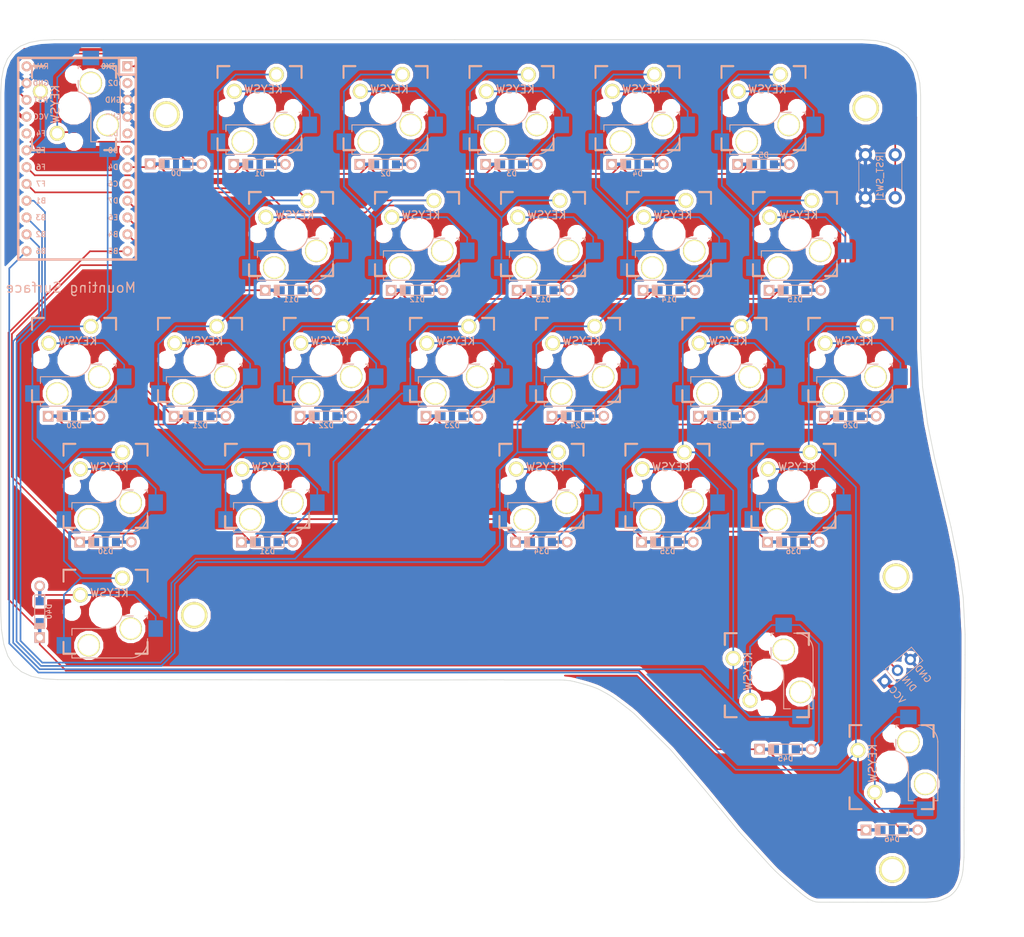
<source format=kicad_pcb>
(kicad_pcb (version 20171130) (host pcbnew "(6.0.0-rc1-dev-1469-g932b9a334)")
  (title_block (title "Kudox Game keyboard PCB") (date 2019-12-23) (rev 2.0) (comment 1 "designed by x1 and inken") (comment 2 https://github.com/kumaokobo/kudox-keyboard))
  (layers (0 F.Cu signal) (31 B.Cu signal) (34 B.Paste user) (35 F.Paste user) (36 B.SilkS user) (37 F.SilkS user) (38 B.Mask user) (39 F.Mask user) (44 Edge.Cuts user))
  (net 0 "")
  (net 1 "Net-(D0-Pad2)")
  (net 2 row0)
  (net 3 "Net-(D1-Pad2)")
  (net 4 "Net-(D2-Pad2)")
  (net 5 "Net-(D3-Pad2)")
  (net 6 "Net-(D4-Pad2)")
  (net 7 "Net-(D5-Pad2)")
  (net 8 row1)
  (net 9 "Net-(D11-Pad2)")
  (net 10 "Net-(D12-Pad2)")
  (net 11 "Net-(D13-Pad2)")
  (net 12 "Net-(D14-Pad2)")
  (net 13 "Net-(D15-Pad2)")
  (net 14 "Net-(D20-Pad2)")
  (net 15 row2)
  (net 16 "Net-(D21-Pad2)")
  (net 17 "Net-(D22-Pad2)")
  (net 18 "Net-(D23-Pad2)")
  (net 19 "Net-(D24-Pad2)")
  (net 20 "Net-(D25-Pad2)")
  (net 21 "Net-(D26-Pad2)")
  (net 22 "Net-(D30-Pad2)")
  (net 23 row3)
  (net 24 "Net-(D31-Pad2)")
  (net 25 "Net-(D34-Pad2)")
  (net 26 "Net-(D35-Pad2)")
  (net 27 "Net-(D36-Pad2)")
  (net 28 "Net-(D40-Pad2)")
  (net 29 row4)
  (net 30 "Net-(D45-Pad2)")
  (net 31 "Net-(D46-Pad2)")
  (net 32 col0)
  (net 33 col1)
  (net 34 col2)
  (net 35 col3)
  (net 36 col4)
  (net 37 col5)
  (net 38 col6)
  (net 39 VCC)
  (net 40 rgb_data)
  (net 41 GND)
  (net 42 RST)
  (net 43 "Net-(U1-Pad2)")
  (net 44 "Net-(U1-Pad8)")
  (net 45 "Net-(U1-Pad20)")
  (net 46 "Net-(U1-Pad24)")
  (net 47 "Net-(U1-Pad5)")
  (net 48 "Net-(U1-Pad6)")
  (module kudox_game_footprints:Pin_Header_Straight_1x03_Pitch2.54mm (layer B.Cu) (at 175.9 127.5 310)
    (fp_text reference RGB_STRIP1 hide)
    (fp_text value RGB_STRIP)
    (pad 1 thru_hole rect (at 0 0 310) (size 1.7 1.7) (drill 1) (layers *.Cu *.Mask) (net 39 VCC))
    (pad 2 thru_hole oval (at 0 -2.54 310) (size 1.7 1.7) (drill 1) (layers *.Cu *.Mask) (net 40 rgb_data))
    (pad 3 thru_hole oval (at 0 -5.08 310) (size 1.7 1.7) (drill 1) (layers *.Cu *.Mask) (net 41 GND))
  )
  (module kudox_game_footprints:qmk-badge-pad (layer B.Cu) (at 103.2 106.1 180)
    (fp_text reference G*** hide)
    (fp_text value LOGO hide)
  )
  (module kudox_game_footprints:qmk-badge-pad (layer F.Cu) (at 103.4 106.1)
    (fp_text reference G*** hide)
    (fp_text value LOGO hide)
  )
  (module kudox_game_footprints:kudox_github (layer F.Cu) (at 110.7 121.14)
    (fp_text reference G*** hide)
    (fp_text value kudox_github hide)
  )
  (module kudox_game_footprints:kudox_github (layer B.Cu) (at 113.4 121.1 180)
    (fp_text reference G*** hide)
    (fp_text value kudox_github hide)
  )
  (module kudox_game_footprints:kudox_game_logo_pad (layer F.Cu) (at 112.6 114.5)
    (fp_text reference G*** hide)
    (fp_text value LOGO hide)
  )
  (module kudox_game_footprints:kudox_game_logo_pad (layer B.Cu) (at 111.5 114.4 180)
    (fp_text reference G*** hide)
    (fp_text value LOGO hide)
  )
  (module kudox_game_footprints:version (layer F.Cu) (at 144.2 112.1)
    (fp_text reference G*** hide)
    (fp_text value LOGO hide)
  )
  (module kudox_game_footprints:version (layer B.Cu) (at 80 112.05 180)
    (fp_text reference G*** hide)
    (fp_text value LOGO hide)
  )
  (module kudox_game_footprints:MX_socket_optional_200 (layer F.Cu) (at 176.95 140.5 90)
    (fp_text reference K46)
    (fp_text value KEYSW (at 0.6 -2.85 90) (layer B.SilkS) (effects (font (size 1.2 1.2) (thickness 0.2)) (justify mirror)))
    (pad 2 smd rect (at 7.58 2.54 90) (size 2.2 2.5) (layers B.Cu B.Paste B.Mask) (net 31 "Net-(D46-Pad2)"))
    (pad "" np_thru_hole circle (at -5.08 0 90) (size 1.75 1.75) (drill 1.75) (layers *.Cu *.Mask))
    (pad "" np_thru_hole circle (at 5.08 0 90) (size 1.75 1.75) (drill 1.75) (layers *.Cu *.Mask))
    (pad 2 thru_hole circle (at -3.81 -2.54 90) (size 2.28 2.28) (drill 1.58) (layers *.Cu *.Mask F.SilkS) (net 31 "Net-(D46-Pad2)"))
    (pad "" np_thru_hole circle (at 0 0 90) (size 3.9878 3.9878) (drill 3.9878) (layers *.Cu *.Mask))
    (pad 1 thru_hole circle (at 2.54 -5.08 90) (size 2.28 2.28) (drill 1.58) (layers *.Cu *.Mask F.SilkS) (net 38 col6))
    (pad "" thru_hole circle (at 3.81 2.54 90) (size 3.4 3.4) (drill 3) (layers *.Cu *.Mask F.SilkS))
    (pad "" thru_hole circle (at -2.54 5.08 90) (size 3.4 3.4) (drill 3) (layers *.Cu *.Mask F.SilkS))
    (pad 1 smd rect (at -6.29 5.08 90) (size 2.2 2.5) (layers B.Cu B.Paste B.Mask) (net 38 col6))
  )
  (module kudox_game_footprints:ArduinoProMicro (layer B.Cu) (at 53.84 48.5 270)
    (fp_text reference U1 hide)
    (fp_text value ProMicro hide)
    (fp_text user B2 (at 11.43 5.461 180) (layer B.SilkS) (effects (font (size 0.8 0.8)) (justify mirror)))
    (fp_text user F7 (at 3.81 5.461 180) (layer B.SilkS) (effects (font (size 0.8 0.8)) (justify mirror)))
    (fp_text user F6 (at 1.27 5.461 180) (layer B.SilkS) (effects (font (size 0.8 0.8)) (justify mirror)))
    (fp_text user F5 (at -1.27 5.461 180) (layer B.SilkS) (effects (font (size 0.8 0.8)) (justify mirror)))
    (fp_text user RAW (at -13.97 5.461 180) (layer B.SilkS) (effects (font (size 0.8 0.8)) (justify mirror)))
    (fp_text user GND (at -11.43 5.461 180) (layer B.SilkS) (effects (font (size 0.8 0.8)) (justify mirror)))
    (fp_text user RST (at -8.89 5.461 180) (layer B.SilkS) (effects (font (size 0.8 0.8)) (justify mirror)))
    (fp_text user VCC (at -6.35 5.461 180) (layer B.SilkS) (effects (font (size 0.8 0.8)) (justify mirror)))
    (fp_text user F4 (at -3.81 5.461 180) (layer B.SilkS) (effects (font (size 0.8 0.8)) (justify mirror)))
    (fp_text user B1 (at 6.35 5.461 180) (layer B.SilkS) (effects (font (size 0.8 0.8)) (justify mirror)))
    (fp_text user B3 (at 8.89 5.461 180) (layer B.SilkS) (effects (font (size 0.8 0.8)) (justify mirror)))
    (fp_text user B6 (at 13.97 5.461 180) (layer B.SilkS) (effects (font (size 0.8 0.8)) (justify mirror)))
    (fp_text user B5 (at 13.97 -5.461 180) (layer B.SilkS) (effects (font (size 0.8 0.8)) (justify mirror)))
    (fp_text user B4 (at 11.43 -5.461 180) (layer B.SilkS) (effects (font (size 0.8 0.8)) (justify mirror)))
    (fp_text user E6 (at 8.89 -5.461 180) (layer B.SilkS) (effects (font (size 0.8 0.8)) (justify mirror)))
    (fp_text user D7 (at 6.35 -5.461 180) (layer B.SilkS) (effects (font (size 0.8 0.8)) (justify mirror)))
    (fp_text user C6 (at 3.81 -5.461 180) (layer B.SilkS) (effects (font (size 0.8 0.8)) (justify mirror)))
    (fp_text user D4 (at 1.27 -5.461 180) (layer B.SilkS) (effects (font (size 0.8 0.8)) (justify mirror)))
    (fp_text user GND (at -8.89 -5.461 180) (layer B.SilkS) (effects (font (size 0.8 0.8)) (justify mirror)))
    (fp_text user GND (at -6.35 -5.461 180) (layer B.SilkS) (effects (font (size 0.8 0.8)) (justify mirror)))
    (fp_text user D1 (at -3.81 -5.461 180) (layer B.SilkS) (effects (font (size 0.8 0.8)) (justify mirror)))
    (fp_text user D0 (at -1.27 -5.461 180) (layer B.SilkS) (effects (font (size 0.8 0.8)) (justify mirror)))
    (fp_text user D2 (at -11.43 -5.461 180) (layer B.SilkS) (effects (font (size 0.8 0.8)) (justify mirror)))
    (fp_text user TX0 (at -13.97 -4.699 180) (layer B.SilkS) (effects (font (size 0.8 0.8)) (justify mirror)))
    (pad 1 thru_hole rect (at -13.97 -7.62 270) (size 1.51 1.51) (drill 0.85) (layers *.Cu *.SilkS *.Mask) (net 40 rgb_data))
    (pad 2 thru_hole circle (at -11.43 -7.62 270) (size 1.51 1.51) (drill 0.85) (layers *.Cu *.SilkS *.Mask) (net 43 "Net-(U1-Pad2)"))
    (pad 3 thru_hole circle (at -8.89 -7.62 270) (size 1.51 1.51) (drill 0.85) (layers *.Cu *.SilkS *.Mask) (net 41 GND))
    (pad 4 thru_hole circle (at -6.35 -7.62 270) (size 1.51 1.51) (drill 0.85) (layers *.Cu *.SilkS *.Mask) (net 41 GND))
    (pad 5 thru_hole circle (at -3.81 -7.62 270) (size 1.51 1.51) (drill 0.85) (layers *.Cu *.SilkS *.Mask) (net 47 "Net-(U1-Pad5)"))
    (pad 6 thru_hole circle (at -1.27 -7.62 270) (size 1.51 1.51) (drill 0.85) (layers *.Cu *.SilkS *.Mask) (net 48 "Net-(U1-Pad6)"))
    (pad 7 thru_hole circle (at 1.27 -7.62 270) (size 1.51 1.51) (drill 0.85) (layers *.Cu *.SilkS *.Mask) (net 2 row0))
    (pad 8 thru_hole circle (at 3.81 -7.62 270) (size 1.51 1.51) (drill 0.85) (layers *.Cu *.SilkS *.Mask) (net 44 "Net-(U1-Pad8)"))
    (pad 9 thru_hole circle (at 6.35 -7.62 270) (size 1.51 1.51) (drill 0.85) (layers *.Cu *.SilkS *.Mask) (net 8 row1))
    (pad 10 thru_hole circle (at 8.89 -7.62 270) (size 1.51 1.51) (drill 0.85) (layers *.Cu *.SilkS *.Mask) (net 15 row2))
    (pad 11 thru_hole circle (at 11.43 -7.62 270) (size 1.51 1.51) (drill 0.85) (layers *.Cu *.SilkS *.Mask) (net 23 row3))
    (pad 13 thru_hole circle (at 13.97 7.62 270) (size 1.51 1.51) (drill 0.85) (layers *.Cu *.SilkS *.Mask) (net 38 col6))
    (pad 14 thru_hole circle (at 11.43 7.62 270) (size 1.51 1.51) (drill 0.85) (layers *.Cu *.SilkS *.Mask) (net 37 col5))
    (pad 15 thru_hole circle (at 8.89 7.62 270) (size 1.51 1.51) (drill 0.85) (layers *.Cu *.SilkS *.Mask) (net 36 col4))
    (pad 16 thru_hole circle (at 6.35 7.62 270) (size 1.51 1.51) (drill 0.85) (layers *.Cu *.SilkS *.Mask) (net 35 col3))
    (pad 17 thru_hole circle (at 3.81 7.62 270) (size 1.51 1.51) (drill 0.85) (layers *.Cu *.SilkS *.Mask) (net 34 col2))
    (pad 18 thru_hole circle (at 1.27 7.62 270) (size 1.51 1.51) (drill 0.85) (layers *.Cu *.SilkS *.Mask) (net 33 col1))
    (pad 19 thru_hole circle (at -1.27 7.62 270) (size 1.51 1.51) (drill 0.85) (layers *.Cu *.SilkS *.Mask) (net 32 col0))
    (pad 20 thru_hole circle (at -3.81 7.62 270) (size 1.51 1.51) (drill 0.85) (layers *.Cu *.SilkS *.Mask) (net 45 "Net-(U1-Pad20)"))
    (pad 21 thru_hole circle (at -6.35 7.62 270) (size 1.51 1.51) (drill 0.85) (layers *.Cu *.SilkS *.Mask) (net 39 VCC))
    (pad 22 thru_hole circle (at -8.89 7.62 270) (size 1.51 1.51) (drill 0.85) (layers *.Cu *.SilkS *.Mask) (net 42 RST))
    (pad 23 thru_hole circle (at -11.43 7.62 270) (size 1.51 1.51) (drill 0.85) (layers *.Cu *.SilkS *.Mask) (net 41 GND))
    (pad 12 thru_hole circle (at 13.97 -7.62 270) (size 1.51 1.51) (drill 0.85) (layers *.Cu *.SilkS *.Mask) (net 29 row4))
    (pad 24 thru_hole circle (at -13.97 7.62 270) (size 1.51 1.51) (drill 0.85) (layers *.Cu *.SilkS *.Mask) (net 46 "Net-(U1-Pad24)"))
  )
  (module kudox_game_footprints:MX_socket_optional_150 (layer F.Cu) (at 158.1 126.6 90)
    (fp_text reference K45)
    (fp_text value KEYSW (at 0.6 -2.85 90) (layer B.SilkS) (effects (font (size 1.2 1.2) (thickness 0.2)) (justify mirror)))
    (pad 2 smd rect (at 7.58 2.54 90) (size 2.2 2.5) (layers B.Cu B.Paste B.Mask) (net 30 "Net-(D45-Pad2)"))
    (pad "" np_thru_hole circle (at -5.08 0 90) (size 1.75 1.75) (drill 1.75) (layers *.Cu *.Mask))
    (pad "" np_thru_hole circle (at 5.08 0 90) (size 1.75 1.75) (drill 1.75) (layers *.Cu *.Mask))
    (pad 2 thru_hole circle (at -3.81 -2.54 90) (size 2.28 2.28) (drill 1.58) (layers *.Cu *.Mask F.SilkS) (net 30 "Net-(D45-Pad2)"))
    (pad "" np_thru_hole circle (at 0 0 90) (size 3.9878 3.9878) (drill 3.9878) (layers *.Cu *.Mask))
    (pad 1 thru_hole circle (at 2.54 -5.08 90) (size 2.28 2.28) (drill 1.58) (layers *.Cu *.Mask F.SilkS) (net 37 col5))
    (pad "" thru_hole circle (at 3.81 2.54 90) (size 3.4 3.4) (drill 3) (layers *.Cu *.Mask F.SilkS))
    (pad "" thru_hole circle (at -2.54 5.08 90) (size 3.4 3.4) (drill 3) (layers *.Cu *.Mask F.SilkS))
    (pad 1 smd rect (at -6.29 5.08 90) (size 2.2 2.5) (layers B.Cu B.Paste B.Mask) (net 37 col5))
  )
  (module kudox_game_footprints:MX_socket_optional_150 (layer F.Cu) (at 58.15 117.01)
    (fp_text reference K40)
    (fp_text value KEYSW (at 0.6 -2.85) (layer B.SilkS) (effects (font (size 1.2 1.2) (thickness 0.2)) (justify mirror)))
    (pad 2 smd rect (at 7.58 2.54) (size 2.2 2.5) (layers B.Cu B.Paste B.Mask) (net 28 "Net-(D40-Pad2)"))
    (pad "" np_thru_hole circle (at -5.08 0) (size 1.75 1.75) (drill 1.75) (layers *.Cu *.Mask))
    (pad "" np_thru_hole circle (at 5.08 0) (size 1.75 1.75) (drill 1.75) (layers *.Cu *.Mask))
    (pad 2 thru_hole circle (at -3.81 -2.54) (size 2.28 2.28) (drill 1.58) (layers *.Cu *.Mask F.SilkS) (net 28 "Net-(D40-Pad2)"))
    (pad "" np_thru_hole circle (at 0 0) (size 3.9878 3.9878) (drill 3.9878) (layers *.Cu *.Mask))
    (pad 1 thru_hole circle (at 2.54 -5.08) (size 2.28 2.28) (drill 1.58) (layers *.Cu *.Mask F.SilkS) (net 32 col0))
    (pad "" thru_hole circle (at 3.81 2.54) (size 3.4 3.4) (drill 3) (layers *.Cu *.Mask F.SilkS))
    (pad "" thru_hole circle (at -2.54 5.08) (size 3.4 3.4) (drill 3) (layers *.Cu *.Mask F.SilkS))
    (pad 1 smd rect (at -6.29 5.08) (size 2.2 2.5) (layers B.Cu B.Paste B.Mask) (net 32 col0))
  )
  (module kudox_game_footprints:MX_socket_optional_150 (layer F.Cu) (at 58.15 97.97)
    (fp_text reference K30)
    (fp_text value KEYSW (at 0.6 -2.85) (layer B.SilkS) (effects (font (size 1.2 1.2) (thickness 0.2)) (justify mirror)))
    (pad 2 smd rect (at 7.58 2.54) (size 2.2 2.5) (layers B.Cu B.Paste B.Mask) (net 22 "Net-(D30-Pad2)"))
    (pad "" np_thru_hole circle (at -5.08 0) (size 1.75 1.75) (drill 1.75) (layers *.Cu *.Mask))
    (pad "" np_thru_hole circle (at 5.08 0) (size 1.75 1.75) (drill 1.75) (layers *.Cu *.Mask))
    (pad 2 thru_hole circle (at -3.81 -2.54) (size 2.28 2.28) (drill 1.58) (layers *.Cu *.Mask F.SilkS) (net 22 "Net-(D30-Pad2)"))
    (pad "" np_thru_hole circle (at 0 0) (size 3.9878 3.9878) (drill 3.9878) (layers *.Cu *.Mask))
    (pad 1 thru_hole circle (at 2.54 -5.08) (size 2.28 2.28) (drill 1.58) (layers *.Cu *.Mask F.SilkS) (net 32 col0))
    (pad "" thru_hole circle (at 3.81 2.54) (size 3.4 3.4) (drill 3) (layers *.Cu *.Mask F.SilkS))
    (pad "" thru_hole circle (at -2.54 5.08) (size 3.4 3.4) (drill 3) (layers *.Cu *.Mask F.SilkS))
    (pad 1 smd rect (at -6.29 5.08) (size 2.2 2.5) (layers B.Cu B.Paste B.Mask) (net 32 col0))
  )
  (module kudox_game_footprints:MX_socket_optional_100 (layer F.Cu) (at 53.39 40.85 90)
    (fp_text reference K0)
    (fp_text value KEYSW (at 0.6 -2.85 90) (layer B.SilkS) (effects (font (size 1.2 1.2) (thickness 0.2)) (justify mirror)))
    (pad 2 smd rect (at 7.58 2.54 90) (size 2.2 2.5) (layers B.Cu B.Paste B.Mask) (net 1 "Net-(D0-Pad2)"))
    (pad "" np_thru_hole circle (at -5.08 0 90) (size 1.75 1.75) (drill 1.75) (layers *.Cu *.Mask))
    (pad "" np_thru_hole circle (at 5.08 0 90) (size 1.75 1.75) (drill 1.75) (layers *.Cu *.Mask))
    (pad 2 thru_hole circle (at -3.81 -2.54 90) (size 2.28 2.28) (drill 1.58) (layers *.Cu *.Mask F.SilkS) (net 1 "Net-(D0-Pad2)"))
    (pad "" np_thru_hole circle (at 0 0 90) (size 3.9878 3.9878) (drill 3.9878) (layers *.Cu *.Mask))
    (pad 1 thru_hole circle (at 2.54 -5.08 90) (size 2.28 2.28) (drill 1.58) (layers *.Cu *.Mask F.SilkS) (net 32 col0))
    (pad "" thru_hole circle (at 3.81 2.54 90) (size 3.4 3.4) (drill 3) (layers *.Cu *.Mask F.SilkS))
    (pad "" thru_hole circle (at -2.54 5.08 90) (size 3.4 3.4) (drill 3) (layers *.Cu *.Mask F.SilkS))
    (pad 1 smd rect (at -6.29 5.08 90) (size 2.2 2.5) (layers B.Cu B.Paste B.Mask) (net 32 col0))
  )
  (module kudox_game_footprints:MX_socket_optional_100 (layer F.Cu) (at 81.43 40.85)
    (fp_text reference K1)
    (fp_text value KEYSW (at 0.6 -2.85) (layer B.SilkS) (effects (font (size 1.2 1.2) (thickness 0.2)) (justify mirror)))
    (pad 2 smd rect (at 7.58 2.54) (size 2.2 2.5) (layers B.Cu B.Paste B.Mask) (net 3 "Net-(D1-Pad2)"))
    (pad "" np_thru_hole circle (at -5.08 0) (size 1.75 1.75) (drill 1.75) (layers *.Cu *.Mask))
    (pad "" np_thru_hole circle (at 5.08 0) (size 1.75 1.75) (drill 1.75) (layers *.Cu *.Mask))
    (pad 2 thru_hole circle (at -3.81 -2.54) (size 2.28 2.28) (drill 1.58) (layers *.Cu *.Mask F.SilkS) (net 3 "Net-(D1-Pad2)"))
    (pad "" np_thru_hole circle (at 0 0) (size 3.9878 3.9878) (drill 3.9878) (layers *.Cu *.Mask))
    (pad 1 thru_hole circle (at 2.54 -5.08) (size 2.28 2.28) (drill 1.58) (layers *.Cu *.Mask F.SilkS) (net 33 col1))
    (pad "" thru_hole circle (at 3.81 2.54) (size 3.4 3.4) (drill 3) (layers *.Cu *.Mask F.SilkS))
    (pad "" thru_hole circle (at -2.54 5.08) (size 3.4 3.4) (drill 3) (layers *.Cu *.Mask F.SilkS))
    (pad 1 smd rect (at -6.29 5.08) (size 2.2 2.5) (layers B.Cu B.Paste B.Mask) (net 33 col1))
  )
  (module kudox_game_footprints:MX_socket_optional_100 (layer F.Cu) (at 100.47 40.85)
    (fp_text reference K2)
    (fp_text value KEYSW (at 0.6 -2.85) (layer B.SilkS) (effects (font (size 1.2 1.2) (thickness 0.2)) (justify mirror)))
    (pad 2 smd rect (at 7.58 2.54) (size 2.2 2.5) (layers B.Cu B.Paste B.Mask) (net 4 "Net-(D2-Pad2)"))
    (pad "" np_thru_hole circle (at -5.08 0) (size 1.75 1.75) (drill 1.75) (layers *.Cu *.Mask))
    (pad "" np_thru_hole circle (at 5.08 0) (size 1.75 1.75) (drill 1.75) (layers *.Cu *.Mask))
    (pad 2 thru_hole circle (at -3.81 -2.54) (size 2.28 2.28) (drill 1.58) (layers *.Cu *.Mask F.SilkS) (net 4 "Net-(D2-Pad2)"))
    (pad "" np_thru_hole circle (at 0 0) (size 3.9878 3.9878) (drill 3.9878) (layers *.Cu *.Mask))
    (pad 1 thru_hole circle (at 2.54 -5.08) (size 2.28 2.28) (drill 1.58) (layers *.Cu *.Mask F.SilkS) (net 34 col2))
    (pad "" thru_hole circle (at 3.81 2.54) (size 3.4 3.4) (drill 3) (layers *.Cu *.Mask F.SilkS))
    (pad "" thru_hole circle (at -2.54 5.08) (size 3.4 3.4) (drill 3) (layers *.Cu *.Mask F.SilkS))
    (pad 1 smd rect (at -6.29 5.08) (size 2.2 2.5) (layers B.Cu B.Paste B.Mask) (net 34 col2))
  )
  (module kudox_game_footprints:MX_socket_optional_100 (layer F.Cu) (at 119.51 40.85)
    (fp_text reference K3)
    (fp_text value KEYSW (at 0.6 -2.85) (layer B.SilkS) (effects (font (size 1.2 1.2) (thickness 0.2)) (justify mirror)))
    (pad 2 smd rect (at 7.58 2.54) (size 2.2 2.5) (layers B.Cu B.Paste B.Mask) (net 5 "Net-(D3-Pad2)"))
    (pad "" np_thru_hole circle (at -5.08 0) (size 1.75 1.75) (drill 1.75) (layers *.Cu *.Mask))
    (pad "" np_thru_hole circle (at 5.08 0) (size 1.75 1.75) (drill 1.75) (layers *.Cu *.Mask))
    (pad 2 thru_hole circle (at -3.81 -2.54) (size 2.28 2.28) (drill 1.58) (layers *.Cu *.Mask F.SilkS) (net 5 "Net-(D3-Pad2)"))
    (pad "" np_thru_hole circle (at 0 0) (size 3.9878 3.9878) (drill 3.9878) (layers *.Cu *.Mask))
    (pad 1 thru_hole circle (at 2.54 -5.08) (size 2.28 2.28) (drill 1.58) (layers *.Cu *.Mask F.SilkS) (net 35 col3))
    (pad "" thru_hole circle (at 3.81 2.54) (size 3.4 3.4) (drill 3) (layers *.Cu *.Mask F.SilkS))
    (pad "" thru_hole circle (at -2.54 5.08) (size 3.4 3.4) (drill 3) (layers *.Cu *.Mask F.SilkS))
    (pad 1 smd rect (at -6.29 5.08) (size 2.2 2.5) (layers B.Cu B.Paste B.Mask) (net 35 col3))
  )
  (module kudox_game_footprints:MX_socket_optional_100 (layer F.Cu) (at 138.55 40.85)
    (fp_text reference K4)
    (fp_text value KEYSW (at 0.6 -2.85) (layer B.SilkS) (effects (font (size 1.2 1.2) (thickness 0.2)) (justify mirror)))
    (pad 2 smd rect (at 7.58 2.54) (size 2.2 2.5) (layers B.Cu B.Paste B.Mask) (net 6 "Net-(D4-Pad2)"))
    (pad "" np_thru_hole circle (at -5.08 0) (size 1.75 1.75) (drill 1.75) (layers *.Cu *.Mask))
    (pad "" np_thru_hole circle (at 5.08 0) (size 1.75 1.75) (drill 1.75) (layers *.Cu *.Mask))
    (pad 2 thru_hole circle (at -3.81 -2.54) (size 2.28 2.28) (drill 1.58) (layers *.Cu *.Mask F.SilkS) (net 6 "Net-(D4-Pad2)"))
    (pad "" np_thru_hole circle (at 0 0) (size 3.9878 3.9878) (drill 3.9878) (layers *.Cu *.Mask))
    (pad 1 thru_hole circle (at 2.54 -5.08) (size 2.28 2.28) (drill 1.58) (layers *.Cu *.Mask F.SilkS) (net 36 col4))
    (pad "" thru_hole circle (at 3.81 2.54) (size 3.4 3.4) (drill 3) (layers *.Cu *.Mask F.SilkS))
    (pad "" thru_hole circle (at -2.54 5.08) (size 3.4 3.4) (drill 3) (layers *.Cu *.Mask F.SilkS))
    (pad 1 smd rect (at -6.29 5.08) (size 2.2 2.5) (layers B.Cu B.Paste B.Mask) (net 36 col4))
  )
  (module kudox_game_footprints:MX_socket_optional_100 (layer F.Cu) (at 105.23 59.89)
    (fp_text reference K12)
    (fp_text value KEYSW (at 0.6 -2.85) (layer B.SilkS) (effects (font (size 1.2 1.2) (thickness 0.2)) (justify mirror)))
    (pad 2 smd rect (at 7.58 2.54) (size 2.2 2.5) (layers B.Cu B.Paste B.Mask) (net 10 "Net-(D12-Pad2)"))
    (pad "" np_thru_hole circle (at -5.08 0) (size 1.75 1.75) (drill 1.75) (layers *.Cu *.Mask))
    (pad "" np_thru_hole circle (at 5.08 0) (size 1.75 1.75) (drill 1.75) (layers *.Cu *.Mask))
    (pad 2 thru_hole circle (at -3.81 -2.54) (size 2.28 2.28) (drill 1.58) (layers *.Cu *.Mask F.SilkS) (net 10 "Net-(D12-Pad2)"))
    (pad "" np_thru_hole circle (at 0 0) (size 3.9878 3.9878) (drill 3.9878) (layers *.Cu *.Mask))
    (pad 1 thru_hole circle (at 2.54 -5.08) (size 2.28 2.28) (drill 1.58) (layers *.Cu *.Mask F.SilkS) (net 34 col2))
    (pad "" thru_hole circle (at 3.81 2.54) (size 3.4 3.4) (drill 3) (layers *.Cu *.Mask F.SilkS))
    (pad "" thru_hole circle (at -2.54 5.08) (size 3.4 3.4) (drill 3) (layers *.Cu *.Mask F.SilkS))
    (pad 1 smd rect (at -6.29 5.08) (size 2.2 2.5) (layers B.Cu B.Paste B.Mask) (net 34 col2))
  )
  (module kudox_game_footprints:MX_socket_optional_100 (layer F.Cu) (at 124.27 59.89)
    (fp_text reference K13)
    (fp_text value KEYSW (at 0.6 -2.85) (layer B.SilkS) (effects (font (size 1.2 1.2) (thickness 0.2)) (justify mirror)))
    (pad 2 smd rect (at 7.58 2.54) (size 2.2 2.5) (layers B.Cu B.Paste B.Mask) (net 11 "Net-(D13-Pad2)"))
    (pad "" np_thru_hole circle (at -5.08 0) (size 1.75 1.75) (drill 1.75) (layers *.Cu *.Mask))
    (pad "" np_thru_hole circle (at 5.08 0) (size 1.75 1.75) (drill 1.75) (layers *.Cu *.Mask))
    (pad 2 thru_hole circle (at -3.81 -2.54) (size 2.28 2.28) (drill 1.58) (layers *.Cu *.Mask F.SilkS) (net 11 "Net-(D13-Pad2)"))
    (pad "" np_thru_hole circle (at 0 0) (size 3.9878 3.9878) (drill 3.9878) (layers *.Cu *.Mask))
    (pad 1 thru_hole circle (at 2.54 -5.08) (size 2.28 2.28) (drill 1.58) (layers *.Cu *.Mask F.SilkS) (net 35 col3))
    (pad "" thru_hole circle (at 3.81 2.54) (size 3.4 3.4) (drill 3) (layers *.Cu *.Mask F.SilkS))
    (pad "" thru_hole circle (at -2.54 5.08) (size 3.4 3.4) (drill 3) (layers *.Cu *.Mask F.SilkS))
    (pad 1 smd rect (at -6.29 5.08) (size 2.2 2.5) (layers B.Cu B.Paste B.Mask) (net 35 col3))
  )
  (module kudox_game_footprints:MX_socket_optional_100 (layer F.Cu) (at 143.31 59.89)
    (fp_text reference K14)
    (fp_text value KEYSW (at 0.6 -2.85) (layer B.SilkS) (effects (font (size 1.2 1.2) (thickness 0.2)) (justify mirror)))
    (pad 2 smd rect (at 7.58 2.54) (size 2.2 2.5) (layers B.Cu B.Paste B.Mask) (net 12 "Net-(D14-Pad2)"))
    (pad "" np_thru_hole circle (at -5.08 0) (size 1.75 1.75) (drill 1.75) (layers *.Cu *.Mask))
    (pad "" np_thru_hole circle (at 5.08 0) (size 1.75 1.75) (drill 1.75) (layers *.Cu *.Mask))
    (pad 2 thru_hole circle (at -3.81 -2.54) (size 2.28 2.28) (drill 1.58) (layers *.Cu *.Mask F.SilkS) (net 12 "Net-(D14-Pad2)"))
    (pad "" np_thru_hole circle (at 0 0) (size 3.9878 3.9878) (drill 3.9878) (layers *.Cu *.Mask))
    (pad 1 thru_hole circle (at 2.54 -5.08) (size 2.28 2.28) (drill 1.58) (layers *.Cu *.Mask F.SilkS) (net 36 col4))
    (pad "" thru_hole circle (at 3.81 2.54) (size 3.4 3.4) (drill 3) (layers *.Cu *.Mask F.SilkS))
    (pad "" thru_hole circle (at -2.54 5.08) (size 3.4 3.4) (drill 3) (layers *.Cu *.Mask F.SilkS))
    (pad 1 smd rect (at -6.29 5.08) (size 2.2 2.5) (layers B.Cu B.Paste B.Mask) (net 36 col4))
  )
  (module kudox_game_footprints:MX_socket_optional_100 (layer F.Cu) (at 162.35 59.89)
    (fp_text reference K15)
    (fp_text value KEYSW (at 0.6 -2.85) (layer B.SilkS) (effects (font (size 1.2 1.2) (thickness 0.2)) (justify mirror)))
    (pad 2 smd rect (at 7.58 2.54) (size 2.2 2.5) (layers B.Cu B.Paste B.Mask) (net 13 "Net-(D15-Pad2)"))
    (pad "" np_thru_hole circle (at -5.08 0) (size 1.75 1.75) (drill 1.75) (layers *.Cu *.Mask))
    (pad "" np_thru_hole circle (at 5.08 0) (size 1.75 1.75) (drill 1.75) (layers *.Cu *.Mask))
    (pad 2 thru_hole circle (at -3.81 -2.54) (size 2.28 2.28) (drill 1.58) (layers *.Cu *.Mask F.SilkS) (net 13 "Net-(D15-Pad2)"))
    (pad "" np_thru_hole circle (at 0 0) (size 3.9878 3.9878) (drill 3.9878) (layers *.Cu *.Mask))
    (pad 1 thru_hole circle (at 2.54 -5.08) (size 2.28 2.28) (drill 1.58) (layers *.Cu *.Mask F.SilkS) (net 37 col5))
    (pad "" thru_hole circle (at 3.81 2.54) (size 3.4 3.4) (drill 3) (layers *.Cu *.Mask F.SilkS))
    (pad "" thru_hole circle (at -2.54 5.08) (size 3.4 3.4) (drill 3) (layers *.Cu *.Mask F.SilkS))
    (pad 1 smd rect (at -6.29 5.08) (size 2.2 2.5) (layers B.Cu B.Paste B.Mask) (net 37 col5))
  )
  (module kudox_game_footprints:MX_socket_optional_100 (layer F.Cu) (at 53.39 78.93)
    (fp_text reference K20)
    (fp_text value KEYSW (at 0.6 -2.85) (layer B.SilkS) (effects (font (size 1.2 1.2) (thickness 0.2)) (justify mirror)))
    (pad 2 smd rect (at 7.58 2.54) (size 2.2 2.5) (layers B.Cu B.Paste B.Mask) (net 14 "Net-(D20-Pad2)"))
    (pad "" np_thru_hole circle (at -5.08 0) (size 1.75 1.75) (drill 1.75) (layers *.Cu *.Mask))
    (pad "" np_thru_hole circle (at 5.08 0) (size 1.75 1.75) (drill 1.75) (layers *.Cu *.Mask))
    (pad 2 thru_hole circle (at -3.81 -2.54) (size 2.28 2.28) (drill 1.58) (layers *.Cu *.Mask F.SilkS) (net 14 "Net-(D20-Pad2)"))
    (pad "" np_thru_hole circle (at 0 0) (size 3.9878 3.9878) (drill 3.9878) (layers *.Cu *.Mask))
    (pad 1 thru_hole circle (at 2.54 -5.08) (size 2.28 2.28) (drill 1.58) (layers *.Cu *.Mask F.SilkS) (net 32 col0))
    (pad "" thru_hole circle (at 3.81 2.54) (size 3.4 3.4) (drill 3) (layers *.Cu *.Mask F.SilkS))
    (pad "" thru_hole circle (at -2.54 5.08) (size 3.4 3.4) (drill 3) (layers *.Cu *.Mask F.SilkS))
    (pad 1 smd rect (at -6.29 5.08) (size 2.2 2.5) (layers B.Cu B.Paste B.Mask) (net 32 col0))
  )
  (module kudox_game_footprints:MX_socket_optional_100 (layer F.Cu) (at 72.43 78.93)
    (fp_text reference K21)
    (fp_text value KEYSW (at 0.6 -2.85) (layer B.SilkS) (effects (font (size 1.2 1.2) (thickness 0.2)) (justify mirror)))
    (pad 2 smd rect (at 7.58 2.54) (size 2.2 2.5) (layers B.Cu B.Paste B.Mask) (net 16 "Net-(D21-Pad2)"))
    (pad "" np_thru_hole circle (at -5.08 0) (size 1.75 1.75) (drill 1.75) (layers *.Cu *.Mask))
    (pad "" np_thru_hole circle (at 5.08 0) (size 1.75 1.75) (drill 1.75) (layers *.Cu *.Mask))
    (pad 2 thru_hole circle (at -3.81 -2.54) (size 2.28 2.28) (drill 1.58) (layers *.Cu *.Mask F.SilkS) (net 16 "Net-(D21-Pad2)"))
    (pad "" np_thru_hole circle (at 0 0) (size 3.9878 3.9878) (drill 3.9878) (layers *.Cu *.Mask))
    (pad 1 thru_hole circle (at 2.54 -5.08) (size 2.28 2.28) (drill 1.58) (layers *.Cu *.Mask F.SilkS) (net 33 col1))
    (pad "" thru_hole circle (at 3.81 2.54) (size 3.4 3.4) (drill 3) (layers *.Cu *.Mask F.SilkS))
    (pad "" thru_hole circle (at -2.54 5.08) (size 3.4 3.4) (drill 3) (layers *.Cu *.Mask F.SilkS))
    (pad 1 smd rect (at -6.29 5.08) (size 2.2 2.5) (layers B.Cu B.Paste B.Mask) (net 33 col1))
  )
  (module kudox_game_footprints:MX_socket_optional_100 (layer F.Cu) (at 91.47 78.93)
    (fp_text reference K22)
    (fp_text value KEYSW (at 0.6 -2.85) (layer B.SilkS) (effects (font (size 1.2 1.2) (thickness 0.2)) (justify mirror)))
    (pad 2 smd rect (at 7.58 2.54) (size 2.2 2.5) (layers B.Cu B.Paste B.Mask) (net 17 "Net-(D22-Pad2)"))
    (pad "" np_thru_hole circle (at -5.08 0) (size 1.75 1.75) (drill 1.75) (layers *.Cu *.Mask))
    (pad "" np_thru_hole circle (at 5.08 0) (size 1.75 1.75) (drill 1.75) (layers *.Cu *.Mask))
    (pad 2 thru_hole circle (at -3.81 -2.54) (size 2.28 2.28) (drill 1.58) (layers *.Cu *.Mask F.SilkS) (net 17 "Net-(D22-Pad2)"))
    (pad "" np_thru_hole circle (at 0 0) (size 3.9878 3.9878) (drill 3.9878) (layers *.Cu *.Mask))
    (pad 1 thru_hole circle (at 2.54 -5.08) (size 2.28 2.28) (drill 1.58) (layers *.Cu *.Mask F.SilkS) (net 34 col2))
    (pad "" thru_hole circle (at 3.81 2.54) (size 3.4 3.4) (drill 3) (layers *.Cu *.Mask F.SilkS))
    (pad "" thru_hole circle (at -2.54 5.08) (size 3.4 3.4) (drill 3) (layers *.Cu *.Mask F.SilkS))
    (pad 1 smd rect (at -6.29 5.08) (size 2.2 2.5) (layers B.Cu B.Paste B.Mask) (net 34 col2))
  )
  (module kudox_game_footprints:MX_socket_optional_100 (layer F.Cu) (at 110.51 78.93)
    (fp_text reference K23)
    (fp_text value KEYSW (at 0.6 -2.85) (layer B.SilkS) (effects (font (size 1.2 1.2) (thickness 0.2)) (justify mirror)))
    (pad 2 smd rect (at 7.58 2.54) (size 2.2 2.5) (layers B.Cu B.Paste B.Mask) (net 18 "Net-(D23-Pad2)"))
    (pad "" np_thru_hole circle (at -5.08 0) (size 1.75 1.75) (drill 1.75) (layers *.Cu *.Mask))
    (pad "" np_thru_hole circle (at 5.08 0) (size 1.75 1.75) (drill 1.75) (layers *.Cu *.Mask))
    (pad 2 thru_hole circle (at -3.81 -2.54) (size 2.28 2.28) (drill 1.58) (layers *.Cu *.Mask F.SilkS) (net 18 "Net-(D23-Pad2)"))
    (pad "" np_thru_hole circle (at 0 0) (size 3.9878 3.9878) (drill 3.9878) (layers *.Cu *.Mask))
    (pad 1 thru_hole circle (at 2.54 -5.08) (size 2.28 2.28) (drill 1.58) (layers *.Cu *.Mask F.SilkS) (net 35 col3))
    (pad "" thru_hole circle (at 3.81 2.54) (size 3.4 3.4) (drill 3) (layers *.Cu *.Mask F.SilkS))
    (pad "" thru_hole circle (at -2.54 5.08) (size 3.4 3.4) (drill 3) (layers *.Cu *.Mask F.SilkS))
    (pad 1 smd rect (at -6.29 5.08) (size 2.2 2.5) (layers B.Cu B.Paste B.Mask) (net 35 col3))
  )
  (module kudox_game_footprints:MX_socket_optional_100 (layer F.Cu) (at 129.55 78.93)
    (fp_text reference K24)
    (fp_text value KEYSW (at 0.6 -2.85) (layer B.SilkS) (effects (font (size 1.2 1.2) (thickness 0.2)) (justify mirror)))
    (pad 2 smd rect (at 7.58 2.54) (size 2.2 2.5) (layers B.Cu B.Paste B.Mask) (net 19 "Net-(D24-Pad2)"))
    (pad "" np_thru_hole circle (at -5.08 0) (size 1.75 1.75) (drill 1.75) (layers *.Cu *.Mask))
    (pad "" np_thru_hole circle (at 5.08 0) (size 1.75 1.75) (drill 1.75) (layers *.Cu *.Mask))
    (pad 2 thru_hole circle (at -3.81 -2.54) (size 2.28 2.28) (drill 1.58) (layers *.Cu *.Mask F.SilkS) (net 19 "Net-(D24-Pad2)"))
    (pad "" np_thru_hole circle (at 0 0) (size 3.9878 3.9878) (drill 3.9878) (layers *.Cu *.Mask))
    (pad 1 thru_hole circle (at 2.54 -5.08) (size 2.28 2.28) (drill 1.58) (layers *.Cu *.Mask F.SilkS) (net 36 col4))
    (pad "" thru_hole circle (at 3.81 2.54) (size 3.4 3.4) (drill 3) (layers *.Cu *.Mask F.SilkS))
    (pad "" thru_hole circle (at -2.54 5.08) (size 3.4 3.4) (drill 3) (layers *.Cu *.Mask F.SilkS))
    (pad 1 smd rect (at -6.29 5.08) (size 2.2 2.5) (layers B.Cu B.Paste B.Mask) (net 36 col4))
  )
  (module kudox_game_footprints:MX_socket_optional_100 (layer F.Cu) (at 151.68 78.93)
    (fp_text reference K25)
    (fp_text value KEYSW (at 0.6 -2.85) (layer B.SilkS) (effects (font (size 1.2 1.2) (thickness 0.2)) (justify mirror)))
    (pad 2 smd rect (at 7.58 2.54) (size 2.2 2.5) (layers B.Cu B.Paste B.Mask) (net 20 "Net-(D25-Pad2)"))
    (pad "" np_thru_hole circle (at -5.08 0) (size 1.75 1.75) (drill 1.75) (layers *.Cu *.Mask))
    (pad "" np_thru_hole circle (at 5.08 0) (size 1.75 1.75) (drill 1.75) (layers *.Cu *.Mask))
    (pad 2 thru_hole circle (at -3.81 -2.54) (size 2.28 2.28) (drill 1.58) (layers *.Cu *.Mask F.SilkS) (net 20 "Net-(D25-Pad2)"))
    (pad "" np_thru_hole circle (at 0 0) (size 3.9878 3.9878) (drill 3.9878) (layers *.Cu *.Mask))
    (pad 1 thru_hole circle (at 2.54 -5.08) (size 2.28 2.28) (drill 1.58) (layers *.Cu *.Mask F.SilkS) (net 37 col5))
    (pad "" thru_hole circle (at 3.81 2.54) (size 3.4 3.4) (drill 3) (layers *.Cu *.Mask F.SilkS))
    (pad "" thru_hole circle (at -2.54 5.08) (size 3.4 3.4) (drill 3) (layers *.Cu *.Mask F.SilkS))
    (pad 1 smd rect (at -6.29 5.08) (size 2.2 2.5) (layers B.Cu B.Paste B.Mask) (net 37 col5))
  )
  (module kudox_game_footprints:MX_socket_optional_100 (layer F.Cu) (at 170.72 78.93)
    (fp_text reference K26)
    (fp_text value KEYSW (at 0.6 -2.85) (layer B.SilkS) (effects (font (size 1.2 1.2) (thickness 0.2)) (justify mirror)))
    (pad 2 smd rect (at 7.58 2.54) (size 2.2 2.5) (layers B.Cu B.Paste B.Mask) (net 21 "Net-(D26-Pad2)"))
    (pad "" np_thru_hole circle (at -5.08 0) (size 1.75 1.75) (drill 1.75) (layers *.Cu *.Mask))
    (pad "" np_thru_hole circle (at 5.08 0) (size 1.75 1.75) (drill 1.75) (layers *.Cu *.Mask))
    (pad 2 thru_hole circle (at -3.81 -2.54) (size 2.28 2.28) (drill 1.58) (layers *.Cu *.Mask F.SilkS) (net 21 "Net-(D26-Pad2)"))
    (pad "" np_thru_hole circle (at 0 0) (size 3.9878 3.9878) (drill 3.9878) (layers *.Cu *.Mask))
    (pad 1 thru_hole circle (at 2.54 -5.08) (size 2.28 2.28) (drill 1.58) (layers *.Cu *.Mask F.SilkS) (net 38 col6))
    (pad "" thru_hole circle (at 3.81 2.54) (size 3.4 3.4) (drill 3) (layers *.Cu *.Mask F.SilkS))
    (pad "" thru_hole circle (at -2.54 5.08) (size 3.4 3.4) (drill 3) (layers *.Cu *.Mask F.SilkS))
    (pad 1 smd rect (at -6.29 5.08) (size 2.2 2.5) (layers B.Cu B.Paste B.Mask) (net 38 col6))
  )
  (module kudox_game_footprints:MX_socket_optional_100 (layer F.Cu) (at 82.58 97.97)
    (fp_text reference K31)
    (fp_text value KEYSW (at 0.6 -2.85) (layer B.SilkS) (effects (font (size 1.2 1.2) (thickness 0.2)) (justify mirror)))
    (pad 2 smd rect (at 7.58 2.54) (size 2.2 2.5) (layers B.Cu B.Paste B.Mask) (net 24 "Net-(D31-Pad2)"))
    (pad "" np_thru_hole circle (at -5.08 0) (size 1.75 1.75) (drill 1.75) (layers *.Cu *.Mask))
    (pad "" np_thru_hole circle (at 5.08 0) (size 1.75 1.75) (drill 1.75) (layers *.Cu *.Mask))
    (pad 2 thru_hole circle (at -3.81 -2.54) (size 2.28 2.28) (drill 1.58) (layers *.Cu *.Mask F.SilkS) (net 24 "Net-(D31-Pad2)"))
    (pad "" np_thru_hole circle (at 0 0) (size 3.9878 3.9878) (drill 3.9878) (layers *.Cu *.Mask))
    (pad 1 thru_hole circle (at 2.54 -5.08) (size 2.28 2.28) (drill 1.58) (layers *.Cu *.Mask F.SilkS) (net 33 col1))
    (pad "" thru_hole circle (at 3.81 2.54) (size 3.4 3.4) (drill 3) (layers *.Cu *.Mask F.SilkS))
    (pad "" thru_hole circle (at -2.54 5.08) (size 3.4 3.4) (drill 3) (layers *.Cu *.Mask F.SilkS))
    (pad 1 smd rect (at -6.29 5.08) (size 2.2 2.5) (layers B.Cu B.Paste B.Mask) (net 33 col1))
  )
  (module kudox_game_footprints:MX_socket_optional_100 (layer F.Cu) (at 124.03 97.97)
    (fp_text reference K34)
    (fp_text value KEYSW (at 0.6 -2.85) (layer B.SilkS) (effects (font (size 1.2 1.2) (thickness 0.2)) (justify mirror)))
    (pad 2 smd rect (at 7.58 2.54) (size 2.2 2.5) (layers B.Cu B.Paste B.Mask) (net 25 "Net-(D34-Pad2)"))
    (pad "" np_thru_hole circle (at -5.08 0) (size 1.75 1.75) (drill 1.75) (layers *.Cu *.Mask))
    (pad "" np_thru_hole circle (at 5.08 0) (size 1.75 1.75) (drill 1.75) (layers *.Cu *.Mask))
    (pad 2 thru_hole circle (at -3.81 -2.54) (size 2.28 2.28) (drill 1.58) (layers *.Cu *.Mask F.SilkS) (net 25 "Net-(D34-Pad2)"))
    (pad "" np_thru_hole circle (at 0 0) (size 3.9878 3.9878) (drill 3.9878) (layers *.Cu *.Mask))
    (pad 1 thru_hole circle (at 2.54 -5.08) (size 2.28 2.28) (drill 1.58) (layers *.Cu *.Mask F.SilkS) (net 36 col4))
    (pad "" thru_hole circle (at 3.81 2.54) (size 3.4 3.4) (drill 3) (layers *.Cu *.Mask F.SilkS))
    (pad "" thru_hole circle (at -2.54 5.08) (size 3.4 3.4) (drill 3) (layers *.Cu *.Mask F.SilkS))
    (pad 1 smd rect (at -6.29 5.08) (size 2.2 2.5) (layers B.Cu B.Paste B.Mask) (net 36 col4))
  )
  (module kudox_game_footprints:MX_socket_optional_100 (layer F.Cu) (at 143.07 97.97)
    (fp_text reference K35)
    (fp_text value KEYSW (at 0.6 -2.85) (layer B.SilkS) (effects (font (size 1.2 1.2) (thickness 0.2)) (justify mirror)))
    (pad 2 smd rect (at 7.58 2.54) (size 2.2 2.5) (layers B.Cu B.Paste B.Mask) (net 26 "Net-(D35-Pad2)"))
    (pad "" np_thru_hole circle (at -5.08 0) (size 1.75 1.75) (drill 1.75) (layers *.Cu *.Mask))
    (pad "" np_thru_hole circle (at 5.08 0) (size 1.75 1.75) (drill 1.75) (layers *.Cu *.Mask))
    (pad 2 thru_hole circle (at -3.81 -2.54) (size 2.28 2.28) (drill 1.58) (layers *.Cu *.Mask F.SilkS) (net 26 "Net-(D35-Pad2)"))
    (pad "" np_thru_hole circle (at 0 0) (size 3.9878 3.9878) (drill 3.9878) (layers *.Cu *.Mask))
    (pad 1 thru_hole circle (at 2.54 -5.08) (size 2.28 2.28) (drill 1.58) (layers *.Cu *.Mask F.SilkS) (net 37 col5))
    (pad "" thru_hole circle (at 3.81 2.54) (size 3.4 3.4) (drill 3) (layers *.Cu *.Mask F.SilkS))
    (pad "" thru_hole circle (at -2.54 5.08) (size 3.4 3.4) (drill 3) (layers *.Cu *.Mask F.SilkS))
    (pad 1 smd rect (at -6.29 5.08) (size 2.2 2.5) (layers B.Cu B.Paste B.Mask) (net 37 col5))
  )
  (module kudox_game_footprints:MX_socket_optional_100 (layer F.Cu) (at 162.11 97.97)
    (fp_text reference K36)
    (fp_text value KEYSW (at 0.6 -2.85) (layer B.SilkS) (effects (font (size 1.2 1.2) (thickness 0.2)) (justify mirror)))
    (pad 2 smd rect (at 7.58 2.54) (size 2.2 2.5) (layers B.Cu B.Paste B.Mask) (net 27 "Net-(D36-Pad2)"))
    (pad "" np_thru_hole circle (at -5.08 0) (size 1.75 1.75) (drill 1.75) (layers *.Cu *.Mask))
    (pad "" np_thru_hole circle (at 5.08 0) (size 1.75 1.75) (drill 1.75) (layers *.Cu *.Mask))
    (pad 2 thru_hole circle (at -3.81 -2.54) (size 2.28 2.28) (drill 1.58) (layers *.Cu *.Mask F.SilkS) (net 27 "Net-(D36-Pad2)"))
    (pad "" np_thru_hole circle (at 0 0) (size 3.9878 3.9878) (drill 3.9878) (layers *.Cu *.Mask))
    (pad 1 thru_hole circle (at 2.54 -5.08) (size 2.28 2.28) (drill 1.58) (layers *.Cu *.Mask F.SilkS) (net 38 col6))
    (pad "" thru_hole circle (at 3.81 2.54) (size 3.4 3.4) (drill 3) (layers *.Cu *.Mask F.SilkS))
    (pad "" thru_hole circle (at -2.54 5.08) (size 3.4 3.4) (drill 3) (layers *.Cu *.Mask F.SilkS))
    (pad 1 smd rect (at -6.29 5.08) (size 2.2 2.5) (layers B.Cu B.Paste B.Mask) (net 38 col6))
  )
  (module kudox_game_footprints:MX_socket_optional_100 (layer F.Cu) (at 86.19 59.89)
    (fp_text reference K11)
    (fp_text value KEYSW (at 0.6 -2.85) (layer B.SilkS) (effects (font (size 1.2 1.2) (thickness 0.2)) (justify mirror)))
    (pad 2 smd rect (at 7.58 2.54) (size 2.2 2.5) (layers B.Cu B.Paste B.Mask) (net 9 "Net-(D11-Pad2)"))
    (pad "" np_thru_hole circle (at -5.08 0) (size 1.75 1.75) (drill 1.75) (layers *.Cu *.Mask))
    (pad "" np_thru_hole circle (at 5.08 0) (size 1.75 1.75) (drill 1.75) (layers *.Cu *.Mask))
    (pad 2 thru_hole circle (at -3.81 -2.54) (size 2.28 2.28) (drill 1.58) (layers *.Cu *.Mask F.SilkS) (net 9 "Net-(D11-Pad2)"))
    (pad "" np_thru_hole circle (at 0 0) (size 3.9878 3.9878) (drill 3.9878) (layers *.Cu *.Mask))
    (pad 1 thru_hole circle (at 2.54 -5.08) (size 2.28 2.28) (drill 1.58) (layers *.Cu *.Mask F.SilkS) (net 33 col1))
    (pad "" thru_hole circle (at 3.81 2.54) (size 3.4 3.4) (drill 3) (layers *.Cu *.Mask F.SilkS))
    (pad "" thru_hole circle (at -2.54 5.08) (size 3.4 3.4) (drill 3) (layers *.Cu *.Mask F.SilkS))
    (pad 1 smd rect (at -6.29 5.08) (size 2.2 2.5) (layers B.Cu B.Paste B.Mask) (net 33 col1))
  )
  (module kudox_game_footprints:MX_socket_optional_100 (layer F.Cu) (at 157.59 40.85)
    (fp_text reference K5)
    (fp_text value KEYSW (at 0.6 -2.85) (layer B.SilkS) (effects (font (size 1.2 1.2) (thickness 0.2)) (justify mirror)))
    (pad 2 smd rect (at 7.58 2.54) (size 2.2 2.5) (layers B.Cu B.Paste B.Mask) (net 7 "Net-(D5-Pad2)"))
    (pad "" np_thru_hole circle (at -5.08 0) (size 1.75 1.75) (drill 1.75) (layers *.Cu *.Mask))
    (pad "" np_thru_hole circle (at 5.08 0) (size 1.75 1.75) (drill 1.75) (layers *.Cu *.Mask))
    (pad 2 thru_hole circle (at -3.81 -2.54) (size 2.28 2.28) (drill 1.58) (layers *.Cu *.Mask F.SilkS) (net 7 "Net-(D5-Pad2)"))
    (pad "" np_thru_hole circle (at 0 0) (size 3.9878 3.9878) (drill 3.9878) (layers *.Cu *.Mask))
    (pad 1 thru_hole circle (at 2.54 -5.08) (size 2.28 2.28) (drill 1.58) (layers *.Cu *.Mask F.SilkS) (net 37 col5))
    (pad "" thru_hole circle (at 3.81 2.54) (size 3.4 3.4) (drill 3) (layers *.Cu *.Mask F.SilkS))
    (pad "" thru_hole circle (at -2.54 5.08) (size 3.4 3.4) (drill 3) (layers *.Cu *.Mask F.SilkS))
    (pad 1 smd rect (at -6.29 5.08) (size 2.2 2.5) (layers B.Cu B.Paste B.Mask) (net 37 col5))
  )
  (module kudox_game_footprints:SW_PUSH_6mm_h4.3mm (layer B.Cu) (at 177.5 54.4 90)
    (fp_text reference RST_SW1 (at 3.2 -2.3 90) (layer B.SilkS) (effects (justify mirror)))
    (fp_text value SW_PUSH)
    (pad 2 thru_hole circle (at 0 -4.5) (size 2 2) (drill 1.1) (layers *.Cu *.Mask) (net 41 GND))
    (pad 1 thru_hole circle (at 0 0) (size 2 2) (drill 1.1) (layers *.Cu *.Mask) (net 42 RST))
    (pad 2 thru_hole circle (at 6.5 -4.5) (size 2 2) (drill 1.1) (layers *.Cu *.Mask) (net 41 GND))
    (pad 1 thru_hole circle (at 6.5 0) (size 2 2) (drill 1.1) (layers *.Cu *.Mask) (net 42 RST))
  )
  (module kudox_game_footprints:Diode-dual (layer B.Cu) (at 177 150 180)
    (fp_text reference D46 (at -0.0254 -1.4 180) (layer B.SilkS) (effects (font (size 0.8 0.8)) (justify mirror)))
    (fp_text value D hide)
    (pad 2 smd rect (at -2.7 0 180) (size 2.5 0.5) (layers F.Cu) (net 31 "Net-(D46-Pad2)"))
    (pad 2 smd rect (at -1.575 0 180) (size 1.2 1.2) (layers F.Cu F.Paste F.Mask) (net 31 "Net-(D46-Pad2)"))
    (pad 1 smd rect (at 1.575 0 180) (size 1.2 1.2) (layers F.Cu F.Paste F.Mask) (net 29 row4))
    (pad 1 smd rect (at 2.7 0 180) (size 2.5 0.5) (layers F.Cu) (net 29 row4))
    (pad 1 smd rect (at 1.575 0 180) (size 1.2 1.2) (layers B.Cu B.Paste B.Mask) (net 29 row4))
    (pad 2 smd rect (at -1.575 0 180) (size 1.2 1.2) (layers B.Cu B.Paste B.Mask) (net 31 "Net-(D46-Pad2)"))
    (pad 2 thru_hole circle (at -3.9 0 180) (size 1.6 1.6) (drill 1) (layers *.Cu *.Mask B.SilkS) (net 31 "Net-(D46-Pad2)"))
    (pad 1 thru_hole rect (at 3.9 0 180) (size 1.6 1.6) (drill 1) (layers *.Cu *.Mask B.SilkS) (net 29 row4))
    (pad 2 smd rect (at -2.7 0 180) (size 2.5 0.5) (layers B.Cu) (net 31 "Net-(D46-Pad2)"))
    (pad 1 smd rect (at 2.7 0 180) (size 2.5 0.5) (layers B.Cu) (net 29 row4))
  )
  (module kudox_game_footprints:Diode-dual (layer B.Cu) (at 160.9 137.8 180)
    (fp_text reference D45 (at -0.0254 -1.4 180) (layer B.SilkS) (effects (font (size 0.8 0.8)) (justify mirror)))
    (fp_text value D hide)
    (pad 2 smd rect (at -2.7 0 180) (size 2.5 0.5) (layers F.Cu) (net 30 "Net-(D45-Pad2)"))
    (pad 2 smd rect (at -1.575 0 180) (size 1.2 1.2) (layers F.Cu F.Paste F.Mask) (net 30 "Net-(D45-Pad2)"))
    (pad 1 smd rect (at 1.575 0 180) (size 1.2 1.2) (layers F.Cu F.Paste F.Mask) (net 29 row4))
    (pad 1 smd rect (at 2.7 0 180) (size 2.5 0.5) (layers F.Cu) (net 29 row4))
    (pad 1 smd rect (at 1.575 0 180) (size 1.2 1.2) (layers B.Cu B.Paste B.Mask) (net 29 row4))
    (pad 2 smd rect (at -1.575 0 180) (size 1.2 1.2) (layers B.Cu B.Paste B.Mask) (net 30 "Net-(D45-Pad2)"))
    (pad 2 thru_hole circle (at -3.9 0 180) (size 1.6 1.6) (drill 1) (layers *.Cu *.Mask B.SilkS) (net 30 "Net-(D45-Pad2)"))
    (pad 1 thru_hole rect (at 3.9 0 180) (size 1.6 1.6) (drill 1) (layers *.Cu *.Mask B.SilkS) (net 29 row4))
    (pad 2 smd rect (at -2.7 0 180) (size 2.5 0.5) (layers B.Cu) (net 30 "Net-(D45-Pad2)"))
    (pad 1 smd rect (at 2.7 0 180) (size 2.5 0.5) (layers B.Cu) (net 29 row4))
  )
  (module kudox_game_footprints:Diode-dual (layer B.Cu) (at 48.2 117 270)
    (fp_text reference D40 (at -0.0254 -1.4 270) (layer B.SilkS) (effects (font (size 0.8 0.8)) (justify mirror)))
    (fp_text value D hide)
    (pad 2 smd rect (at -2.7 0 270) (size 2.5 0.5) (layers F.Cu) (net 28 "Net-(D40-Pad2)"))
    (pad 2 smd rect (at -1.575 0 270) (size 1.2 1.2) (layers F.Cu F.Paste F.Mask) (net 28 "Net-(D40-Pad2)"))
    (pad 1 smd rect (at 1.575 0 270) (size 1.2 1.2) (layers F.Cu F.Paste F.Mask) (net 29 row4))
    (pad 1 smd rect (at 2.7 0 270) (size 2.5 0.5) (layers F.Cu) (net 29 row4))
    (pad 1 smd rect (at 1.575 0 270) (size 1.2 1.2) (layers B.Cu B.Paste B.Mask) (net 29 row4))
    (pad 2 smd rect (at -1.575 0 270) (size 1.2 1.2) (layers B.Cu B.Paste B.Mask) (net 28 "Net-(D40-Pad2)"))
    (pad 2 thru_hole circle (at -3.9 0 270) (size 1.6 1.6) (drill 1) (layers *.Cu *.Mask B.SilkS) (net 28 "Net-(D40-Pad2)"))
    (pad 1 thru_hole rect (at 3.9 0 270) (size 1.6 1.6) (drill 1) (layers *.Cu *.Mask B.SilkS) (net 29 row4))
    (pad 2 smd rect (at -2.7 0 270) (size 2.5 0.5) (layers B.Cu) (net 28 "Net-(D40-Pad2)"))
    (pad 1 smd rect (at 2.7 0 270) (size 2.5 0.5) (layers B.Cu) (net 29 row4))
  )
  (module kudox_game_footprints:Diode-dual (layer B.Cu) (at 162.11 106.47 180)
    (fp_text reference D36 (at -0.0254 -1.4 180) (layer B.SilkS) (effects (font (size 0.8 0.8)) (justify mirror)))
    (fp_text value D hide)
    (pad 2 smd rect (at -2.7 0 180) (size 2.5 0.5) (layers F.Cu) (net 27 "Net-(D36-Pad2)"))
    (pad 2 smd rect (at -1.575 0 180) (size 1.2 1.2) (layers F.Cu F.Paste F.Mask) (net 27 "Net-(D36-Pad2)"))
    (pad 1 smd rect (at 1.575 0 180) (size 1.2 1.2) (layers F.Cu F.Paste F.Mask) (net 23 row3))
    (pad 1 smd rect (at 2.7 0 180) (size 2.5 0.5) (layers F.Cu) (net 23 row3))
    (pad 1 smd rect (at 1.575 0 180) (size 1.2 1.2) (layers B.Cu B.Paste B.Mask) (net 23 row3))
    (pad 2 smd rect (at -1.575 0 180) (size 1.2 1.2) (layers B.Cu B.Paste B.Mask) (net 27 "Net-(D36-Pad2)"))
    (pad 2 thru_hole circle (at -3.9 0 180) (size 1.6 1.6) (drill 1) (layers *.Cu *.Mask B.SilkS) (net 27 "Net-(D36-Pad2)"))
    (pad 1 thru_hole rect (at 3.9 0 180) (size 1.6 1.6) (drill 1) (layers *.Cu *.Mask B.SilkS) (net 23 row3))
    (pad 2 smd rect (at -2.7 0 180) (size 2.5 0.5) (layers B.Cu) (net 27 "Net-(D36-Pad2)"))
    (pad 1 smd rect (at 2.7 0 180) (size 2.5 0.5) (layers B.Cu) (net 23 row3))
  )
  (module kudox_game_footprints:Diode-dual (layer B.Cu) (at 143.07 106.47 180)
    (fp_text reference D35 (at -0.0254 -1.4 180) (layer B.SilkS) (effects (font (size 0.8 0.8)) (justify mirror)))
    (fp_text value D hide)
    (pad 2 smd rect (at -2.7 0 180) (size 2.5 0.5) (layers F.Cu) (net 26 "Net-(D35-Pad2)"))
    (pad 2 smd rect (at -1.575 0 180) (size 1.2 1.2) (layers F.Cu F.Paste F.Mask) (net 26 "Net-(D35-Pad2)"))
    (pad 1 smd rect (at 1.575 0 180) (size 1.2 1.2) (layers F.Cu F.Paste F.Mask) (net 23 row3))
    (pad 1 smd rect (at 2.7 0 180) (size 2.5 0.5) (layers F.Cu) (net 23 row3))
    (pad 1 smd rect (at 1.575 0 180) (size 1.2 1.2) (layers B.Cu B.Paste B.Mask) (net 23 row3))
    (pad 2 smd rect (at -1.575 0 180) (size 1.2 1.2) (layers B.Cu B.Paste B.Mask) (net 26 "Net-(D35-Pad2)"))
    (pad 2 thru_hole circle (at -3.9 0 180) (size 1.6 1.6) (drill 1) (layers *.Cu *.Mask B.SilkS) (net 26 "Net-(D35-Pad2)"))
    (pad 1 thru_hole rect (at 3.9 0 180) (size 1.6 1.6) (drill 1) (layers *.Cu *.Mask B.SilkS) (net 23 row3))
    (pad 2 smd rect (at -2.7 0 180) (size 2.5 0.5) (layers B.Cu) (net 26 "Net-(D35-Pad2)"))
    (pad 1 smd rect (at 2.7 0 180) (size 2.5 0.5) (layers B.Cu) (net 23 row3))
  )
  (module kudox_game_footprints:Diode-dual (layer B.Cu) (at 124.03 106.47 180)
    (fp_text reference D34 (at -0.0254 -1.4 180) (layer B.SilkS) (effects (font (size 0.8 0.8)) (justify mirror)))
    (fp_text value D hide)
    (pad 2 smd rect (at -2.7 0 180) (size 2.5 0.5) (layers F.Cu) (net 25 "Net-(D34-Pad2)"))
    (pad 2 smd rect (at -1.575 0 180) (size 1.2 1.2) (layers F.Cu F.Paste F.Mask) (net 25 "Net-(D34-Pad2)"))
    (pad 1 smd rect (at 1.575 0 180) (size 1.2 1.2) (layers F.Cu F.Paste F.Mask) (net 23 row3))
    (pad 1 smd rect (at 2.7 0 180) (size 2.5 0.5) (layers F.Cu) (net 23 row3))
    (pad 1 smd rect (at 1.575 0 180) (size 1.2 1.2) (layers B.Cu B.Paste B.Mask) (net 23 row3))
    (pad 2 smd rect (at -1.575 0 180) (size 1.2 1.2) (layers B.Cu B.Paste B.Mask) (net 25 "Net-(D34-Pad2)"))
    (pad 2 thru_hole circle (at -3.9 0 180) (size 1.6 1.6) (drill 1) (layers *.Cu *.Mask B.SilkS) (net 25 "Net-(D34-Pad2)"))
    (pad 1 thru_hole rect (at 3.9 0 180) (size 1.6 1.6) (drill 1) (layers *.Cu *.Mask B.SilkS) (net 23 row3))
    (pad 2 smd rect (at -2.7 0 180) (size 2.5 0.5) (layers B.Cu) (net 25 "Net-(D34-Pad2)"))
    (pad 1 smd rect (at 2.7 0 180) (size 2.5 0.5) (layers B.Cu) (net 23 row3))
  )
  (module kudox_game_footprints:Diode-dual (layer B.Cu) (at 82.58 106.47 180)
    (fp_text reference D31 (at -0.0254 -1.4 180) (layer B.SilkS) (effects (font (size 0.8 0.8)) (justify mirror)))
    (fp_text value D hide)
    (pad 2 smd rect (at -2.7 0 180) (size 2.5 0.5) (layers F.Cu) (net 24 "Net-(D31-Pad2)"))
    (pad 2 smd rect (at -1.575 0 180) (size 1.2 1.2) (layers F.Cu F.Paste F.Mask) (net 24 "Net-(D31-Pad2)"))
    (pad 1 smd rect (at 1.575 0 180) (size 1.2 1.2) (layers F.Cu F.Paste F.Mask) (net 23 row3))
    (pad 1 smd rect (at 2.7 0 180) (size 2.5 0.5) (layers F.Cu) (net 23 row3))
    (pad 1 smd rect (at 1.575 0 180) (size 1.2 1.2) (layers B.Cu B.Paste B.Mask) (net 23 row3))
    (pad 2 smd rect (at -1.575 0 180) (size 1.2 1.2) (layers B.Cu B.Paste B.Mask) (net 24 "Net-(D31-Pad2)"))
    (pad 2 thru_hole circle (at -3.9 0 180) (size 1.6 1.6) (drill 1) (layers *.Cu *.Mask B.SilkS) (net 24 "Net-(D31-Pad2)"))
    (pad 1 thru_hole rect (at 3.9 0 180) (size 1.6 1.6) (drill 1) (layers *.Cu *.Mask B.SilkS) (net 23 row3))
    (pad 2 smd rect (at -2.7 0 180) (size 2.5 0.5) (layers B.Cu) (net 24 "Net-(D31-Pad2)"))
    (pad 1 smd rect (at 2.7 0 180) (size 2.5 0.5) (layers B.Cu) (net 23 row3))
  )
  (module kudox_game_footprints:Diode-dual (layer B.Cu) (at 58.15 106.47 180)
    (fp_text reference D30 (at -0.0254 -1.4 180) (layer B.SilkS) (effects (font (size 0.8 0.8)) (justify mirror)))
    (fp_text value D hide)
    (pad 2 smd rect (at -2.7 0 180) (size 2.5 0.5) (layers F.Cu) (net 22 "Net-(D30-Pad2)"))
    (pad 2 smd rect (at -1.575 0 180) (size 1.2 1.2) (layers F.Cu F.Paste F.Mask) (net 22 "Net-(D30-Pad2)"))
    (pad 1 smd rect (at 1.575 0 180) (size 1.2 1.2) (layers F.Cu F.Paste F.Mask) (net 23 row3))
    (pad 1 smd rect (at 2.7 0 180) (size 2.5 0.5) (layers F.Cu) (net 23 row3))
    (pad 1 smd rect (at 1.575 0 180) (size 1.2 1.2) (layers B.Cu B.Paste B.Mask) (net 23 row3))
    (pad 2 smd rect (at -1.575 0 180) (size 1.2 1.2) (layers B.Cu B.Paste B.Mask) (net 22 "Net-(D30-Pad2)"))
    (pad 2 thru_hole circle (at -3.9 0 180) (size 1.6 1.6) (drill 1) (layers *.Cu *.Mask B.SilkS) (net 22 "Net-(D30-Pad2)"))
    (pad 1 thru_hole rect (at 3.9 0 180) (size 1.6 1.6) (drill 1) (layers *.Cu *.Mask B.SilkS) (net 23 row3))
    (pad 2 smd rect (at -2.7 0 180) (size 2.5 0.5) (layers B.Cu) (net 22 "Net-(D30-Pad2)"))
    (pad 1 smd rect (at 2.7 0 180) (size 2.5 0.5) (layers B.Cu) (net 23 row3))
  )
  (module kudox_game_footprints:Diode-dual (layer B.Cu) (at 170.72 87.43 180)
    (fp_text reference D26 (at -0.0254 -1.4 180) (layer B.SilkS) (effects (font (size 0.8 0.8)) (justify mirror)))
    (fp_text value D hide)
    (pad 2 smd rect (at -2.7 0 180) (size 2.5 0.5) (layers F.Cu) (net 21 "Net-(D26-Pad2)"))
    (pad 2 smd rect (at -1.575 0 180) (size 1.2 1.2) (layers F.Cu F.Paste F.Mask) (net 21 "Net-(D26-Pad2)"))
    (pad 1 smd rect (at 1.575 0 180) (size 1.2 1.2) (layers F.Cu F.Paste F.Mask) (net 15 row2))
    (pad 1 smd rect (at 2.7 0 180) (size 2.5 0.5) (layers F.Cu) (net 15 row2))
    (pad 1 smd rect (at 1.575 0 180) (size 1.2 1.2) (layers B.Cu B.Paste B.Mask) (net 15 row2))
    (pad 2 smd rect (at -1.575 0 180) (size 1.2 1.2) (layers B.Cu B.Paste B.Mask) (net 21 "Net-(D26-Pad2)"))
    (pad 2 thru_hole circle (at -3.9 0 180) (size 1.6 1.6) (drill 1) (layers *.Cu *.Mask B.SilkS) (net 21 "Net-(D26-Pad2)"))
    (pad 1 thru_hole rect (at 3.9 0 180) (size 1.6 1.6) (drill 1) (layers *.Cu *.Mask B.SilkS) (net 15 row2))
    (pad 2 smd rect (at -2.7 0 180) (size 2.5 0.5) (layers B.Cu) (net 21 "Net-(D26-Pad2)"))
    (pad 1 smd rect (at 2.7 0 180) (size 2.5 0.5) (layers B.Cu) (net 15 row2))
  )
  (module kudox_game_footprints:Diode-dual (layer B.Cu) (at 151.68 87.43 180)
    (fp_text reference D25 (at -0.0254 -1.4 180) (layer B.SilkS) (effects (font (size 0.8 0.8)) (justify mirror)))
    (fp_text value D hide)
    (pad 2 smd rect (at -2.7 0 180) (size 2.5 0.5) (layers F.Cu) (net 20 "Net-(D25-Pad2)"))
    (pad 2 smd rect (at -1.575 0 180) (size 1.2 1.2) (layers F.Cu F.Paste F.Mask) (net 20 "Net-(D25-Pad2)"))
    (pad 1 smd rect (at 1.575 0 180) (size 1.2 1.2) (layers F.Cu F.Paste F.Mask) (net 15 row2))
    (pad 1 smd rect (at 2.7 0 180) (size 2.5 0.5) (layers F.Cu) (net 15 row2))
    (pad 1 smd rect (at 1.575 0 180) (size 1.2 1.2) (layers B.Cu B.Paste B.Mask) (net 15 row2))
    (pad 2 smd rect (at -1.575 0 180) (size 1.2 1.2) (layers B.Cu B.Paste B.Mask) (net 20 "Net-(D25-Pad2)"))
    (pad 2 thru_hole circle (at -3.9 0 180) (size 1.6 1.6) (drill 1) (layers *.Cu *.Mask B.SilkS) (net 20 "Net-(D25-Pad2)"))
    (pad 1 thru_hole rect (at 3.9 0 180) (size 1.6 1.6) (drill 1) (layers *.Cu *.Mask B.SilkS) (net 15 row2))
    (pad 2 smd rect (at -2.7 0 180) (size 2.5 0.5) (layers B.Cu) (net 20 "Net-(D25-Pad2)"))
    (pad 1 smd rect (at 2.7 0 180) (size 2.5 0.5) (layers B.Cu) (net 15 row2))
  )
  (module kudox_game_footprints:Diode-dual (layer B.Cu) (at 129.55 87.43 180)
    (fp_text reference D24 (at -0.0254 -1.4 180) (layer B.SilkS) (effects (font (size 0.8 0.8)) (justify mirror)))
    (fp_text value D hide)
    (pad 2 smd rect (at -2.7 0 180) (size 2.5 0.5) (layers F.Cu) (net 19 "Net-(D24-Pad2)"))
    (pad 2 smd rect (at -1.575 0 180) (size 1.2 1.2) (layers F.Cu F.Paste F.Mask) (net 19 "Net-(D24-Pad2)"))
    (pad 1 smd rect (at 1.575 0 180) (size 1.2 1.2) (layers F.Cu F.Paste F.Mask) (net 15 row2))
    (pad 1 smd rect (at 2.7 0 180) (size 2.5 0.5) (layers F.Cu) (net 15 row2))
    (pad 1 smd rect (at 1.575 0 180) (size 1.2 1.2) (layers B.Cu B.Paste B.Mask) (net 15 row2))
    (pad 2 smd rect (at -1.575 0 180) (size 1.2 1.2) (layers B.Cu B.Paste B.Mask) (net 19 "Net-(D24-Pad2)"))
    (pad 2 thru_hole circle (at -3.9 0 180) (size 1.6 1.6) (drill 1) (layers *.Cu *.Mask B.SilkS) (net 19 "Net-(D24-Pad2)"))
    (pad 1 thru_hole rect (at 3.9 0 180) (size 1.6 1.6) (drill 1) (layers *.Cu *.Mask B.SilkS) (net 15 row2))
    (pad 2 smd rect (at -2.7 0 180) (size 2.5 0.5) (layers B.Cu) (net 19 "Net-(D24-Pad2)"))
    (pad 1 smd rect (at 2.7 0 180) (size 2.5 0.5) (layers B.Cu) (net 15 row2))
  )
  (module kudox_game_footprints:Diode-dual (layer B.Cu) (at 110.51 87.43 180)
    (fp_text reference D23 (at -0.0254 -1.4 180) (layer B.SilkS) (effects (font (size 0.8 0.8)) (justify mirror)))
    (fp_text value D hide)
    (pad 2 smd rect (at -2.7 0 180) (size 2.5 0.5) (layers F.Cu) (net 18 "Net-(D23-Pad2)"))
    (pad 2 smd rect (at -1.575 0 180) (size 1.2 1.2) (layers F.Cu F.Paste F.Mask) (net 18 "Net-(D23-Pad2)"))
    (pad 1 smd rect (at 1.575 0 180) (size 1.2 1.2) (layers F.Cu F.Paste F.Mask) (net 15 row2))
    (pad 1 smd rect (at 2.7 0 180) (size 2.5 0.5) (layers F.Cu) (net 15 row2))
    (pad 1 smd rect (at 1.575 0 180) (size 1.2 1.2) (layers B.Cu B.Paste B.Mask) (net 15 row2))
    (pad 2 smd rect (at -1.575 0 180) (size 1.2 1.2) (layers B.Cu B.Paste B.Mask) (net 18 "Net-(D23-Pad2)"))
    (pad 2 thru_hole circle (at -3.9 0 180) (size 1.6 1.6) (drill 1) (layers *.Cu *.Mask B.SilkS) (net 18 "Net-(D23-Pad2)"))
    (pad 1 thru_hole rect (at 3.9 0 180) (size 1.6 1.6) (drill 1) (layers *.Cu *.Mask B.SilkS) (net 15 row2))
    (pad 2 smd rect (at -2.7 0 180) (size 2.5 0.5) (layers B.Cu) (net 18 "Net-(D23-Pad2)"))
    (pad 1 smd rect (at 2.7 0 180) (size 2.5 0.5) (layers B.Cu) (net 15 row2))
  )
  (module kudox_game_footprints:Diode-dual (layer B.Cu) (at 91.47 87.43 180)
    (fp_text reference D22 (at -0.0254 -1.4 180) (layer B.SilkS) (effects (font (size 0.8 0.8)) (justify mirror)))
    (fp_text value D hide)
    (pad 2 smd rect (at -2.7 0 180) (size 2.5 0.5) (layers F.Cu) (net 17 "Net-(D22-Pad2)"))
    (pad 2 smd rect (at -1.575 0 180) (size 1.2 1.2) (layers F.Cu F.Paste F.Mask) (net 17 "Net-(D22-Pad2)"))
    (pad 1 smd rect (at 1.575 0 180) (size 1.2 1.2) (layers F.Cu F.Paste F.Mask) (net 15 row2))
    (pad 1 smd rect (at 2.7 0 180) (size 2.5 0.5) (layers F.Cu) (net 15 row2))
    (pad 1 smd rect (at 1.575 0 180) (size 1.2 1.2) (layers B.Cu B.Paste B.Mask) (net 15 row2))
    (pad 2 smd rect (at -1.575 0 180) (size 1.2 1.2) (layers B.Cu B.Paste B.Mask) (net 17 "Net-(D22-Pad2)"))
    (pad 2 thru_hole circle (at -3.9 0 180) (size 1.6 1.6) (drill 1) (layers *.Cu *.Mask B.SilkS) (net 17 "Net-(D22-Pad2)"))
    (pad 1 thru_hole rect (at 3.9 0 180) (size 1.6 1.6) (drill 1) (layers *.Cu *.Mask B.SilkS) (net 15 row2))
    (pad 2 smd rect (at -2.7 0 180) (size 2.5 0.5) (layers B.Cu) (net 17 "Net-(D22-Pad2)"))
    (pad 1 smd rect (at 2.7 0 180) (size 2.5 0.5) (layers B.Cu) (net 15 row2))
  )
  (module kudox_game_footprints:Diode-dual (layer B.Cu) (at 72.43 87.43 180)
    (fp_text reference D21 (at -0.0254 -1.4 180) (layer B.SilkS) (effects (font (size 0.8 0.8)) (justify mirror)))
    (fp_text value D hide)
    (pad 2 smd rect (at -2.7 0 180) (size 2.5 0.5) (layers F.Cu) (net 16 "Net-(D21-Pad2)"))
    (pad 2 smd rect (at -1.575 0 180) (size 1.2 1.2) (layers F.Cu F.Paste F.Mask) (net 16 "Net-(D21-Pad2)"))
    (pad 1 smd rect (at 1.575 0 180) (size 1.2 1.2) (layers F.Cu F.Paste F.Mask) (net 15 row2))
    (pad 1 smd rect (at 2.7 0 180) (size 2.5 0.5) (layers F.Cu) (net 15 row2))
    (pad 1 smd rect (at 1.575 0 180) (size 1.2 1.2) (layers B.Cu B.Paste B.Mask) (net 15 row2))
    (pad 2 smd rect (at -1.575 0 180) (size 1.2 1.2) (layers B.Cu B.Paste B.Mask) (net 16 "Net-(D21-Pad2)"))
    (pad 2 thru_hole circle (at -3.9 0 180) (size 1.6 1.6) (drill 1) (layers *.Cu *.Mask B.SilkS) (net 16 "Net-(D21-Pad2)"))
    (pad 1 thru_hole rect (at 3.9 0 180) (size 1.6 1.6) (drill 1) (layers *.Cu *.Mask B.SilkS) (net 15 row2))
    (pad 2 smd rect (at -2.7 0 180) (size 2.5 0.5) (layers B.Cu) (net 16 "Net-(D21-Pad2)"))
    (pad 1 smd rect (at 2.7 0 180) (size 2.5 0.5) (layers B.Cu) (net 15 row2))
  )
  (module kudox_game_footprints:Diode-dual (layer B.Cu) (at 53.39 87.43 180)
    (fp_text reference D20 (at -0.0254 -1.4 180) (layer B.SilkS) (effects (font (size 0.8 0.8)) (justify mirror)))
    (fp_text value D hide)
    (pad 2 smd rect (at -2.7 0 180) (size 2.5 0.5) (layers F.Cu) (net 14 "Net-(D20-Pad2)"))
    (pad 2 smd rect (at -1.575 0 180) (size 1.2 1.2) (layers F.Cu F.Paste F.Mask) (net 14 "Net-(D20-Pad2)"))
    (pad 1 smd rect (at 1.575 0 180) (size 1.2 1.2) (layers F.Cu F.Paste F.Mask) (net 15 row2))
    (pad 1 smd rect (at 2.7 0 180) (size 2.5 0.5) (layers F.Cu) (net 15 row2))
    (pad 1 smd rect (at 1.575 0 180) (size 1.2 1.2) (layers B.Cu B.Paste B.Mask) (net 15 row2))
    (pad 2 smd rect (at -1.575 0 180) (size 1.2 1.2) (layers B.Cu B.Paste B.Mask) (net 14 "Net-(D20-Pad2)"))
    (pad 2 thru_hole circle (at -3.9 0 180) (size 1.6 1.6) (drill 1) (layers *.Cu *.Mask B.SilkS) (net 14 "Net-(D20-Pad2)"))
    (pad 1 thru_hole rect (at 3.9 0 180) (size 1.6 1.6) (drill 1) (layers *.Cu *.Mask B.SilkS) (net 15 row2))
    (pad 2 smd rect (at -2.7 0 180) (size 2.5 0.5) (layers B.Cu) (net 14 "Net-(D20-Pad2)"))
    (pad 1 smd rect (at 2.7 0 180) (size 2.5 0.5) (layers B.Cu) (net 15 row2))
  )
  (module kudox_game_footprints:Diode-dual (layer B.Cu) (at 162.35 68.39 180)
    (fp_text reference D15 (at -0.0254 -1.4 180) (layer B.SilkS) (effects (font (size 0.8 0.8)) (justify mirror)))
    (fp_text value D hide)
    (pad 2 smd rect (at -2.7 0 180) (size 2.5 0.5) (layers F.Cu) (net 13 "Net-(D15-Pad2)"))
    (pad 2 smd rect (at -1.575 0 180) (size 1.2 1.2) (layers F.Cu F.Paste F.Mask) (net 13 "Net-(D15-Pad2)"))
    (pad 1 smd rect (at 1.575 0 180) (size 1.2 1.2) (layers F.Cu F.Paste F.Mask) (net 8 row1))
    (pad 1 smd rect (at 2.7 0 180) (size 2.5 0.5) (layers F.Cu) (net 8 row1))
    (pad 1 smd rect (at 1.575 0 180) (size 1.2 1.2) (layers B.Cu B.Paste B.Mask) (net 8 row1))
    (pad 2 smd rect (at -1.575 0 180) (size 1.2 1.2) (layers B.Cu B.Paste B.Mask) (net 13 "Net-(D15-Pad2)"))
    (pad 2 thru_hole circle (at -3.9 0 180) (size 1.6 1.6) (drill 1) (layers *.Cu *.Mask B.SilkS) (net 13 "Net-(D15-Pad2)"))
    (pad 1 thru_hole rect (at 3.9 0 180) (size 1.6 1.6) (drill 1) (layers *.Cu *.Mask B.SilkS) (net 8 row1))
    (pad 2 smd rect (at -2.7 0 180) (size 2.5 0.5) (layers B.Cu) (net 13 "Net-(D15-Pad2)"))
    (pad 1 smd rect (at 2.7 0 180) (size 2.5 0.5) (layers B.Cu) (net 8 row1))
  )
  (module kudox_game_footprints:Diode-dual (layer B.Cu) (at 143.31 68.39 180)
    (fp_text reference D14 (at -0.0254 -1.4 180) (layer B.SilkS) (effects (font (size 0.8 0.8)) (justify mirror)))
    (fp_text value D hide)
    (pad 2 smd rect (at -2.7 0 180) (size 2.5 0.5) (layers F.Cu) (net 12 "Net-(D14-Pad2)"))
    (pad 2 smd rect (at -1.575 0 180) (size 1.2 1.2) (layers F.Cu F.Paste F.Mask) (net 12 "Net-(D14-Pad2)"))
    (pad 1 smd rect (at 1.575 0 180) (size 1.2 1.2) (layers F.Cu F.Paste F.Mask) (net 8 row1))
    (pad 1 smd rect (at 2.7 0 180) (size 2.5 0.5) (layers F.Cu) (net 8 row1))
    (pad 1 smd rect (at 1.575 0 180) (size 1.2 1.2) (layers B.Cu B.Paste B.Mask) (net 8 row1))
    (pad 2 smd rect (at -1.575 0 180) (size 1.2 1.2) (layers B.Cu B.Paste B.Mask) (net 12 "Net-(D14-Pad2)"))
    (pad 2 thru_hole circle (at -3.9 0 180) (size 1.6 1.6) (drill 1) (layers *.Cu *.Mask B.SilkS) (net 12 "Net-(D14-Pad2)"))
    (pad 1 thru_hole rect (at 3.9 0 180) (size 1.6 1.6) (drill 1) (layers *.Cu *.Mask B.SilkS) (net 8 row1))
    (pad 2 smd rect (at -2.7 0 180) (size 2.5 0.5) (layers B.Cu) (net 12 "Net-(D14-Pad2)"))
    (pad 1 smd rect (at 2.7 0 180) (size 2.5 0.5) (layers B.Cu) (net 8 row1))
  )
  (module kudox_game_footprints:Diode-dual (layer B.Cu) (at 124.27 68.39 180)
    (fp_text reference D13 (at -0.0254 -1.4 180) (layer B.SilkS) (effects (font (size 0.8 0.8)) (justify mirror)))
    (fp_text value D hide)
    (pad 2 smd rect (at -2.7 0 180) (size 2.5 0.5) (layers F.Cu) (net 11 "Net-(D13-Pad2)"))
    (pad 2 smd rect (at -1.575 0 180) (size 1.2 1.2) (layers F.Cu F.Paste F.Mask) (net 11 "Net-(D13-Pad2)"))
    (pad 1 smd rect (at 1.575 0 180) (size 1.2 1.2) (layers F.Cu F.Paste F.Mask) (net 8 row1))
    (pad 1 smd rect (at 2.7 0 180) (size 2.5 0.5) (layers F.Cu) (net 8 row1))
    (pad 1 smd rect (at 1.575 0 180) (size 1.2 1.2) (layers B.Cu B.Paste B.Mask) (net 8 row1))
    (pad 2 smd rect (at -1.575 0 180) (size 1.2 1.2) (layers B.Cu B.Paste B.Mask) (net 11 "Net-(D13-Pad2)"))
    (pad 2 thru_hole circle (at -3.9 0 180) (size 1.6 1.6) (drill 1) (layers *.Cu *.Mask B.SilkS) (net 11 "Net-(D13-Pad2)"))
    (pad 1 thru_hole rect (at 3.9 0 180) (size 1.6 1.6) (drill 1) (layers *.Cu *.Mask B.SilkS) (net 8 row1))
    (pad 2 smd rect (at -2.7 0 180) (size 2.5 0.5) (layers B.Cu) (net 11 "Net-(D13-Pad2)"))
    (pad 1 smd rect (at 2.7 0 180) (size 2.5 0.5) (layers B.Cu) (net 8 row1))
  )
  (module kudox_game_footprints:Diode-dual (layer B.Cu) (at 105.23 68.39 180)
    (fp_text reference D12 (at -0.0254 -1.4 180) (layer B.SilkS) (effects (font (size 0.8 0.8)) (justify mirror)))
    (fp_text value D hide)
    (pad 2 smd rect (at -2.7 0 180) (size 2.5 0.5) (layers F.Cu) (net 10 "Net-(D12-Pad2)"))
    (pad 2 smd rect (at -1.575 0 180) (size 1.2 1.2) (layers F.Cu F.Paste F.Mask) (net 10 "Net-(D12-Pad2)"))
    (pad 1 smd rect (at 1.575 0 180) (size 1.2 1.2) (layers F.Cu F.Paste F.Mask) (net 8 row1))
    (pad 1 smd rect (at 2.7 0 180) (size 2.5 0.5) (layers F.Cu) (net 8 row1))
    (pad 1 smd rect (at 1.575 0 180) (size 1.2 1.2) (layers B.Cu B.Paste B.Mask) (net 8 row1))
    (pad 2 smd rect (at -1.575 0 180) (size 1.2 1.2) (layers B.Cu B.Paste B.Mask) (net 10 "Net-(D12-Pad2)"))
    (pad 2 thru_hole circle (at -3.9 0 180) (size 1.6 1.6) (drill 1) (layers *.Cu *.Mask B.SilkS) (net 10 "Net-(D12-Pad2)"))
    (pad 1 thru_hole rect (at 3.9 0 180) (size 1.6 1.6) (drill 1) (layers *.Cu *.Mask B.SilkS) (net 8 row1))
    (pad 2 smd rect (at -2.7 0 180) (size 2.5 0.5) (layers B.Cu) (net 10 "Net-(D12-Pad2)"))
    (pad 1 smd rect (at 2.7 0 180) (size 2.5 0.5) (layers B.Cu) (net 8 row1))
  )
  (module kudox_game_footprints:Diode-dual (layer B.Cu) (at 86.19 68.39 180)
    (fp_text reference D11 (at -0.0254 -1.4 180) (layer B.SilkS) (effects (font (size 0.8 0.8)) (justify mirror)))
    (fp_text value D hide)
    (pad 2 smd rect (at -2.7 0 180) (size 2.5 0.5) (layers F.Cu) (net 9 "Net-(D11-Pad2)"))
    (pad 2 smd rect (at -1.575 0 180) (size 1.2 1.2) (layers F.Cu F.Paste F.Mask) (net 9 "Net-(D11-Pad2)"))
    (pad 1 smd rect (at 1.575 0 180) (size 1.2 1.2) (layers F.Cu F.Paste F.Mask) (net 8 row1))
    (pad 1 smd rect (at 2.7 0 180) (size 2.5 0.5) (layers F.Cu) (net 8 row1))
    (pad 1 smd rect (at 1.575 0 180) (size 1.2 1.2) (layers B.Cu B.Paste B.Mask) (net 8 row1))
    (pad 2 smd rect (at -1.575 0 180) (size 1.2 1.2) (layers B.Cu B.Paste B.Mask) (net 9 "Net-(D11-Pad2)"))
    (pad 2 thru_hole circle (at -3.9 0 180) (size 1.6 1.6) (drill 1) (layers *.Cu *.Mask B.SilkS) (net 9 "Net-(D11-Pad2)"))
    (pad 1 thru_hole rect (at 3.9 0 180) (size 1.6 1.6) (drill 1) (layers *.Cu *.Mask B.SilkS) (net 8 row1))
    (pad 2 smd rect (at -2.7 0 180) (size 2.5 0.5) (layers B.Cu) (net 9 "Net-(D11-Pad2)"))
    (pad 1 smd rect (at 2.7 0 180) (size 2.5 0.5) (layers B.Cu) (net 8 row1))
  )
  (module kudox_game_footprints:Diode-dual (layer B.Cu) (at 157.59 49.35 180)
    (fp_text reference D5 (at -0.0254 1.4 180) (layer B.SilkS) (effects (font (size 0.8 0.8)) (justify mirror)))
    (fp_text value D hide)
    (pad 2 smd rect (at -2.7 0 180) (size 2.5 0.5) (layers F.Cu) (net 7 "Net-(D5-Pad2)"))
    (pad 2 smd rect (at -1.575 0 180) (size 1.2 1.2) (layers F.Cu F.Paste F.Mask) (net 7 "Net-(D5-Pad2)"))
    (pad 1 smd rect (at 1.575 0 180) (size 1.2 1.2) (layers F.Cu F.Paste F.Mask) (net 2 row0))
    (pad 1 smd rect (at 2.7 0 180) (size 2.5 0.5) (layers F.Cu) (net 2 row0))
    (pad 1 smd rect (at 1.575 0 180) (size 1.2 1.2) (layers B.Cu B.Paste B.Mask) (net 2 row0))
    (pad 2 smd rect (at -1.575 0 180) (size 1.2 1.2) (layers B.Cu B.Paste B.Mask) (net 7 "Net-(D5-Pad2)"))
    (pad 2 thru_hole circle (at -3.9 0 180) (size 1.6 1.6) (drill 1) (layers *.Cu *.Mask B.SilkS) (net 7 "Net-(D5-Pad2)"))
    (pad 1 thru_hole rect (at 3.9 0 180) (size 1.6 1.6) (drill 1) (layers *.Cu *.Mask B.SilkS) (net 2 row0))
    (pad 2 smd rect (at -2.7 0 180) (size 2.5 0.5) (layers B.Cu) (net 7 "Net-(D5-Pad2)"))
    (pad 1 smd rect (at 2.7 0 180) (size 2.5 0.5) (layers B.Cu) (net 2 row0))
  )
  (module kudox_game_footprints:Diode-dual (layer B.Cu) (at 138.55 49.35 180)
    (fp_text reference D4 (at -0.0254 -1.4 180) (layer B.SilkS) (effects (font (size 0.8 0.8)) (justify mirror)))
    (fp_text value D hide)
    (pad 2 smd rect (at -2.7 0 180) (size 2.5 0.5) (layers F.Cu) (net 6 "Net-(D4-Pad2)"))
    (pad 2 smd rect (at -1.575 0 180) (size 1.2 1.2) (layers F.Cu F.Paste F.Mask) (net 6 "Net-(D4-Pad2)"))
    (pad 1 smd rect (at 1.575 0 180) (size 1.2 1.2) (layers F.Cu F.Paste F.Mask) (net 2 row0))
    (pad 1 smd rect (at 2.7 0 180) (size 2.5 0.5) (layers F.Cu) (net 2 row0))
    (pad 1 smd rect (at 1.575 0 180) (size 1.2 1.2) (layers B.Cu B.Paste B.Mask) (net 2 row0))
    (pad 2 smd rect (at -1.575 0 180) (size 1.2 1.2) (layers B.Cu B.Paste B.Mask) (net 6 "Net-(D4-Pad2)"))
    (pad 2 thru_hole circle (at -3.9 0 180) (size 1.6 1.6) (drill 1) (layers *.Cu *.Mask B.SilkS) (net 6 "Net-(D4-Pad2)"))
    (pad 1 thru_hole rect (at 3.9 0 180) (size 1.6 1.6) (drill 1) (layers *.Cu *.Mask B.SilkS) (net 2 row0))
    (pad 2 smd rect (at -2.7 0 180) (size 2.5 0.5) (layers B.Cu) (net 6 "Net-(D4-Pad2)"))
    (pad 1 smd rect (at 2.7 0 180) (size 2.5 0.5) (layers B.Cu) (net 2 row0))
  )
  (module kudox_game_footprints:Diode-dual (layer B.Cu) (at 119.51 49.35 180)
    (fp_text reference D3 (at -0.0254 -1.4 180) (layer B.SilkS) (effects (font (size 0.8 0.8)) (justify mirror)))
    (fp_text value D hide)
    (pad 2 smd rect (at -2.7 0 180) (size 2.5 0.5) (layers F.Cu) (net 5 "Net-(D3-Pad2)"))
    (pad 2 smd rect (at -1.575 0 180) (size 1.2 1.2) (layers F.Cu F.Paste F.Mask) (net 5 "Net-(D3-Pad2)"))
    (pad 1 smd rect (at 1.575 0 180) (size 1.2 1.2) (layers F.Cu F.Paste F.Mask) (net 2 row0))
    (pad 1 smd rect (at 2.7 0 180) (size 2.5 0.5) (layers F.Cu) (net 2 row0))
    (pad 1 smd rect (at 1.575 0 180) (size 1.2 1.2) (layers B.Cu B.Paste B.Mask) (net 2 row0))
    (pad 2 smd rect (at -1.575 0 180) (size 1.2 1.2) (layers B.Cu B.Paste B.Mask) (net 5 "Net-(D3-Pad2)"))
    (pad 2 thru_hole circle (at -3.9 0 180) (size 1.6 1.6) (drill 1) (layers *.Cu *.Mask B.SilkS) (net 5 "Net-(D3-Pad2)"))
    (pad 1 thru_hole rect (at 3.9 0 180) (size 1.6 1.6) (drill 1) (layers *.Cu *.Mask B.SilkS) (net 2 row0))
    (pad 2 smd rect (at -2.7 0 180) (size 2.5 0.5) (layers B.Cu) (net 5 "Net-(D3-Pad2)"))
    (pad 1 smd rect (at 2.7 0 180) (size 2.5 0.5) (layers B.Cu) (net 2 row0))
  )
  (module kudox_game_footprints:Diode-dual (layer B.Cu) (at 100.47 49.35 180)
    (fp_text reference D2 (at -0.0254 -1.4 180) (layer B.SilkS) (effects (font (size 0.8 0.8)) (justify mirror)))
    (fp_text value D hide)
    (pad 2 smd rect (at -2.7 0 180) (size 2.5 0.5) (layers F.Cu) (net 4 "Net-(D2-Pad2)"))
    (pad 2 smd rect (at -1.575 0 180) (size 1.2 1.2) (layers F.Cu F.Paste F.Mask) (net 4 "Net-(D2-Pad2)"))
    (pad 1 smd rect (at 1.575 0 180) (size 1.2 1.2) (layers F.Cu F.Paste F.Mask) (net 2 row0))
    (pad 1 smd rect (at 2.7 0 180) (size 2.5 0.5) (layers F.Cu) (net 2 row0))
    (pad 1 smd rect (at 1.575 0 180) (size 1.2 1.2) (layers B.Cu B.Paste B.Mask) (net 2 row0))
    (pad 2 smd rect (at -1.575 0 180) (size 1.2 1.2) (layers B.Cu B.Paste B.Mask) (net 4 "Net-(D2-Pad2)"))
    (pad 2 thru_hole circle (at -3.9 0 180) (size 1.6 1.6) (drill 1) (layers *.Cu *.Mask B.SilkS) (net 4 "Net-(D2-Pad2)"))
    (pad 1 thru_hole rect (at 3.9 0 180) (size 1.6 1.6) (drill 1) (layers *.Cu *.Mask B.SilkS) (net 2 row0))
    (pad 2 smd rect (at -2.7 0 180) (size 2.5 0.5) (layers B.Cu) (net 4 "Net-(D2-Pad2)"))
    (pad 1 smd rect (at 2.7 0 180) (size 2.5 0.5) (layers B.Cu) (net 2 row0))
  )
  (module kudox_game_footprints:Diode-dual (layer B.Cu) (at 81.43 49.35 180)
    (fp_text reference D1 (at -0.0254 -1.4 180) (layer B.SilkS) (effects (font (size 0.8 0.8)) (justify mirror)))
    (fp_text value D hide)
    (pad 2 smd rect (at -2.7 0 180) (size 2.5 0.5) (layers F.Cu) (net 3 "Net-(D1-Pad2)"))
    (pad 2 smd rect (at -1.575 0 180) (size 1.2 1.2) (layers F.Cu F.Paste F.Mask) (net 3 "Net-(D1-Pad2)"))
    (pad 1 smd rect (at 1.575 0 180) (size 1.2 1.2) (layers F.Cu F.Paste F.Mask) (net 2 row0))
    (pad 1 smd rect (at 2.7 0 180) (size 2.5 0.5) (layers F.Cu) (net 2 row0))
    (pad 1 smd rect (at 1.575 0 180) (size 1.2 1.2) (layers B.Cu B.Paste B.Mask) (net 2 row0))
    (pad 2 smd rect (at -1.575 0 180) (size 1.2 1.2) (layers B.Cu B.Paste B.Mask) (net 3 "Net-(D1-Pad2)"))
    (pad 2 thru_hole circle (at -3.9 0 180) (size 1.6 1.6) (drill 1) (layers *.Cu *.Mask B.SilkS) (net 3 "Net-(D1-Pad2)"))
    (pad 1 thru_hole rect (at 3.9 0 180) (size 1.6 1.6) (drill 1) (layers *.Cu *.Mask B.SilkS) (net 2 row0))
    (pad 2 smd rect (at -2.7 0 180) (size 2.5 0.5) (layers B.Cu) (net 3 "Net-(D1-Pad2)"))
    (pad 1 smd rect (at 2.7 0 180) (size 2.5 0.5) (layers B.Cu) (net 2 row0))
  )
  (module kudox_game_footprints:Diode-dual (layer B.Cu) (at 68.8 49.3 180)
    (fp_text reference D0 (at -0.0254 -1.4 180) (layer B.SilkS) (effects (font (size 0.8 0.8)) (justify mirror)))
    (fp_text value D hide)
    (pad 2 smd rect (at -2.7 0 180) (size 2.5 0.5) (layers F.Cu) (net 1 "Net-(D0-Pad2)"))
    (pad 2 smd rect (at -1.575 0 180) (size 1.2 1.2) (layers F.Cu F.Paste F.Mask) (net 1 "Net-(D0-Pad2)"))
    (pad 1 smd rect (at 1.575 0 180) (size 1.2 1.2) (layers F.Cu F.Paste F.Mask) (net 2 row0))
    (pad 1 smd rect (at 2.7 0 180) (size 2.5 0.5) (layers F.Cu) (net 2 row0))
    (pad 1 smd rect (at 1.575 0 180) (size 1.2 1.2) (layers B.Cu B.Paste B.Mask) (net 2 row0))
    (pad 2 smd rect (at -1.575 0 180) (size 1.2 1.2) (layers B.Cu B.Paste B.Mask) (net 1 "Net-(D0-Pad2)"))
    (pad 2 thru_hole circle (at -3.9 0 180) (size 1.6 1.6) (drill 1) (layers *.Cu *.Mask B.SilkS) (net 1 "Net-(D0-Pad2)"))
    (pad 1 thru_hole rect (at 3.9 0 180) (size 1.6 1.6) (drill 1) (layers *.Cu *.Mask B.SilkS) (net 2 row0))
    (pad 2 smd rect (at -2.7 0 180) (size 2.5 0.5) (layers B.Cu) (net 1 "Net-(D0-Pad2)"))
    (pad 1 smd rect (at 2.7 0 180) (size 2.5 0.5) (layers B.Cu) (net 2 row0))
  )
  (module keyboard_parts:HOLE_M3 (layer F.Cu) (at 67.35 41.82)
    (fp_text reference HOLE_M3 hide)
    (fp_text value VAL** hide)
    (pad 1 thru_hole circle (at 0 0) (size 4 4) (drill 3.2) (layers *.Cu *.Mask F.SilkS))
  )
  (module keyboard_parts:HOLE_M3 (layer F.Cu) (at 177.05 156)
    (fp_text reference HOLE_M3 hide)
    (fp_text value VAL** hide)
    (pad 1 thru_hole circle (at 0 0) (size 4 4) (drill 3.2) (layers *.Cu *.Mask F.SilkS))
  )
  (module keyboard_parts:HOLE_M3 (layer F.Cu) (at 177.62 111.71)
    (fp_text reference HOLE_M3 hide)
    (fp_text value VAL** hide)
    (pad 1 thru_hole circle (at 0 0) (size 4 4) (drill 3.2) (layers *.Cu *.Mask F.SilkS))
  )
  (module keyboard_parts:HOLE_M3 (layer F.Cu) (at 71.55 117.53)
    (fp_text reference HOLE_M3 hide)
    (fp_text value VAL** hide)
    (pad 1 thru_hole circle (at 0 0) (size 4 4) (drill 3.2) (layers *.Cu *.Mask F.SilkS))
  )
  (module keyboard_parts:HOLE_M3 (layer F.Cu) (at 173.05 40.84)
    (fp_text reference HOLE_M3 hide)
    (fp_text value VAL** hide)
    (pad 1 thru_hole circle (at 0 0) (size 4 4) (drill 3.2) (layers *.Cu *.Mask F.SilkS))
  )
  (gr_text DIN (at 179.6 127.9 310) (layer B.SilkS) (effects (font (size 1 1)) (justify mirror)))
  (gr_text GND (at 181.7 126.4 310) (layer B.SilkS) (effects (font (size 1 1)) (justify mirror)))
  (gr_text VCC (at 177.8 129.6 310) (layer B.SilkS) (effects (font (size 1 1)) (justify mirror)))
  (gr_text "Mounting Surface" (at 52.9 68) (layer B.SilkS) (effects (font (size 1.5 1.5) (thickness 0.2)) (justify mirror)))
  (gr_line (start 187.69 156.45) (end 187.63 156.83) (layer Edge.Cuts) (width 0.1))
  (gr_line (start 187.54 157.16) (end 187.407794 157.620219) (layer Edge.Cuts) (width 0.1))
  (gr_line (start 187.28 157.95) (end 187.14 158.25) (layer Edge.Cuts) (width 0.1))
  (gr_line (start 186.96 158.65) (end 186.755196 158.985) (layer Edge.Cuts) (width 0.1))
  (gr_line (start 186.55 159.25) (end 186.31 159.51) (layer Edge.Cuts) (width 0.1))
  (gr_line (start 186.05 159.76) (end 185.710068 160.028872) (layer Edge.Cuts) (width 0.1))
  (gr_line (start 185.22 160.27) (end 184.71 160.5) (layer Edge.Cuts) (width 0.1))
  (gr_line (start 183.71 160.79) (end 183.16 160.85) (layer Edge.Cuts) (width 0.1))
  (gr_line (start 184.71 160.5) (end 184.182099 160.69608) (layer Edge.Cuts) (width 0.1))
  (gr_line (start 187.63 156.83) (end 187.54 157.16) (layer Edge.Cuts) (width 0.1))
  (gr_line (start 187.14 158.25) (end 186.96 158.65) (layer Edge.Cuts) (width 0.1))
  (gr_line (start 186.31 159.51) (end 186.05 159.76) (layer Edge.Cuts) (width 0.1))
  (gr_line (start 184.182099 160.69608) (end 183.71 160.79) (layer Edge.Cuts) (width 0.1))
  (gr_line (start 183.16 160.85) (end 182.080983 160.930872) (layer Edge.Cuts) (width 0.1))
  (gr_line (start 160.25 157.02) (end 159.36 156.2) (layer Edge.Cuts) (width 0.1))
  (gr_line (start 159.36 156.2) (end 158.72 155.54) (layer Edge.Cuts) (width 0.1))
  (gr_line (start 161.6 158.19) (end 160.25 157.02) (layer Edge.Cuts) (width 0.1))
  (gr_line (start 163.55 159.82) (end 163.19 159.53) (layer Edge.Cuts) (width 0.1))
  (gr_line (start 165.48 160.88) (end 165.07 160.76) (layer Edge.Cuts) (width 0.1))
  (gr_line (start 165.81 160.92) (end 165.48 160.88) (layer Edge.Cuts) (width 0.1))
  (gr_line (start 164.59 160.55) (end 164.28 160.36) (layer Edge.Cuts) (width 0.1))
  (gr_line (start 163.84 160.04) (end 163.55 159.82) (layer Edge.Cuts) (width 0.1))
  (gr_line (start 165.07 160.76) (end 164.59 160.55) (layer Edge.Cuts) (width 0.1))
  (gr_line (start 164.28 160.36) (end 163.84 160.04) (layer Edge.Cuts) (width 0.1))
  (gr_line (start 136.9 131.5) (end 136.4 131.11) (layer Edge.Cuts) (width 0.1))
  (gr_line (start 137.4 131.88) (end 136.9 131.5) (layer Edge.Cuts) (width 0.1))
  (gr_line (start 135.7 130.59) (end 135.15 130.18) (layer Edge.Cuts) (width 0.1))
  (gr_line (start 134.72 129.88) (end 134.04 129.46) (layer Edge.Cuts) (width 0.1))
  (gr_line (start 134.04 129.46) (end 132.85 128.81) (layer Edge.Cuts) (width 0.1))
  (gr_line (start 136.4 131.11) (end 135.7 130.59) (layer Edge.Cuts) (width 0.1))
  (gr_line (start 132.85 128.81) (end 132.41 128.6) (layer Edge.Cuts) (width 0.1))
  (gr_line (start 135.15 130.18) (end 134.72 129.88) (layer Edge.Cuts) (width 0.1))
  (gr_line (start 131 128.11) (end 130.41 127.94) (layer Edge.Cuts) (width 0.1))
  (gr_line (start 131.7 128.34) (end 131 128.11) (layer Edge.Cuts) (width 0.1))
  (gr_line (start 127.48 127.34) (end 126.87 127.32) (layer Edge.Cuts) (width 0.1))
  (gr_line (start 130.41 127.94) (end 129 127.57) (layer Edge.Cuts) (width 0.1))
  (gr_line (start 128.39 127.44) (end 127.48 127.34) (layer Edge.Cuts) (width 0.1))
  (gr_line (start 132.05 128.46) (end 131.7 128.34) (layer Edge.Cuts) (width 0.1))
  (gr_line (start 129 127.57) (end 128.39 127.44) (layer Edge.Cuts) (width 0.1))
  (gr_line (start 50.4 30.5) (end 50.4 30.5) (layer Edge.Cuts) (width 0.1))
  (gr_line (start 48.366037 30.603362) (end 50.4 30.5) (layer Edge.Cuts) (width 0.1))
  (gr_line (start 46.658709 30.926212) (end 48.366037 30.603362) (layer Edge.Cuts) (width 0.1))
  (gr_line (start 45.260929 31.487699) (end 46.658709 30.926212) (layer Edge.Cuts) (width 0.1))
  (gr_line (start 177.653453 160.930872) (end 175.435973 160.930872) (layer Edge.Cuts) (width 0.1))
  (gr_line (start 179.882963 160.930872) (end 177.653453 160.930872) (layer Edge.Cuts) (width 0.1))
  (gr_line (start 182.080983 160.930872) (end 179.882963 160.930872) (layer Edge.Cuts) (width 0.1))
  (gr_line (start 184.182099 160.69608) (end 184.182099 160.69608) (layer Edge.Cuts) (width 0.1))
  (gr_line (start 185.710068 160.028872) (end 185.22 160.27) (layer Edge.Cuts) (width 0.1))
  (gr_line (start 186.755196 158.985) (end 186.55 159.25) (layer Edge.Cuts) (width 0.1))
  (gr_line (start 187.407794 157.620219) (end 187.28 157.95) (layer Edge.Cuts) (width 0.1))
  (gr_line (start 187.758167 155.990282) (end 187.69 156.45) (layer Edge.Cuts) (width 0.1))
  (gr_line (start 187.896623 154.150941) (end 187.758167 155.990282) (layer Edge.Cuts) (width 0.1))
  (gr_line (start 187.913472 152.15795) (end 187.896623 154.150941) (layer Edge.Cuts) (width 0.1))
  (gr_line (start 187.89902 150.067062) (end 187.913472 152.15795) (layer Edge.Cuts) (width 0.1))
  (gr_line (start 187.906123 146.654633) (end 187.89902 150.067062) (layer Edge.Cuts) (width 0.1))
  (gr_line (start 187.924851 142.893706) (end 187.906123 146.654633) (layer Edge.Cuts) (width 0.1))
  (gr_line (start 187.951329 138.917415) (end 187.924851 142.893706) (layer Edge.Cuts) (width 0.1))
  (gr_line (start 187.981681 134.858893) (end 187.951329 138.917415) (layer Edge.Cuts) (width 0.1))
  (gr_line (start 188.012033 130.851276) (end 187.981681 134.858893) (layer Edge.Cuts) (width 0.1))
  (gr_line (start 188.03851 127.027696) (end 188.012033 130.851276) (layer Edge.Cuts) (width 0.1))
  (gr_line (start 188.057238 123.521289) (end 188.03851 127.027696) (layer Edge.Cuts) (width 0.1))
  (gr_line (start 169.290928 160.930872) (end 167.556781 160.930872) (layer Edge.Cuts) (width 0.1))
  (gr_line (start 171.21119 160.930872) (end 169.290928 160.930872) (layer Edge.Cuts) (width 0.1))
  (gr_line (start 173.274045 160.930872) (end 171.21119 160.930872) (layer Edge.Cuts) (width 0.1))
  (gr_line (start 175.435973 160.930872) (end 173.274045 160.930872) (layer Edge.Cuts) (width 0.1))
  (gr_line (start 177.96445 31.770091) (end 179.19577 32.724936) (layer Edge.Cuts) (width 0.1))
  (gr_line (start 176.445008 31.072736) (end 177.96445 31.770091) (layer Edge.Cuts) (width 0.1))
  (gr_line (start 174.632154 30.645247) (end 176.445008 31.072736) (layer Edge.Cuts) (width 0.1))
  (gr_line (start 180.815197 35.357587) (end 181.213884 37.010642) (layer Edge.Cuts) (width 0.1))
  (gr_line (start 180.144256 33.924893) (end 180.815197 35.357587) (layer Edge.Cuts) (width 0.1))
  (gr_line (start 179.19577 32.724936) (end 180.144256 33.924893) (layer Edge.Cuts) (width 0.1))
  (gr_line (start 44.155608 32.306968) (end 45.260929 31.487699) (layer Edge.Cuts) (width 0.1))
  (gr_line (start 43.32566 33.403168) (end 44.155608 32.306968) (layer Edge.Cuts) (width 0.1))
  (gr_line (start 42.753996 34.795447) (end 43.32566 33.403168) (layer Edge.Cuts) (width 0.1))
  (gr_line (start 42.423528 36.502951) (end 42.753996 34.795447) (layer Edge.Cuts) (width 0.1))
  (gr_line (start 42.31717 38.544828) (end 42.423528 36.502951) (layer Edge.Cuts) (width 0.1))
  (gr_line (start 42.31717 43.311979) (end 42.31717 38.544828) (layer Edge.Cuts) (width 0.1))
  (gr_line (start 188.064342 120.465188) (end 188.057238 123.521289) (layer Edge.Cuts) (width 0.1))
  (gr_line (start 187.775646 114.834341) (end 188.064342 120.465188) (layer Edge.Cuts) (width 0.1))
  (gr_line (start 187.01454 109.452433) (end 187.775646 114.834341) (layer Edge.Cuts) (width 0.1))
  (gr_line (start 56.379123 127.271184) (end 50.911515 127.266028) (layer Edge.Cuts) (width 0.1))
  (gr_line (start 64.679839 127.283705) (end 56.379123 127.271184) (layer Edge.Cuts) (width 0.1))
  (gr_line (start 74.948215 127.299173) (end 64.679839 127.283705) (layer Edge.Cuts) (width 0.1))
  (gr_line (start 86.318801 127.313167) (end 74.948215 127.299173) (layer Edge.Cuts) (width 0.1))
  (gr_line (start 97.92615 127.321269) (end 86.318801 127.313167) (layer Edge.Cuts) (width 0.1))
  (gr_line (start 108.904814 127.31906) (end 97.92615 127.321269) (layer Edge.Cuts) (width 0.1))
  (gr_line (start 118.389343 127.302119) (end 108.904814 127.31906) (layer Edge.Cuts) (width 0.1))
  (gr_line (start 126.87 127.32) (end 118.4 127.32) (layer Edge.Cuts) (width 0.1))
  (gr_line (start 132.41 128.6) (end 132.05 128.46) (layer Edge.Cuts) (width 0.1))
  (gr_line (start 138.103187 132.473128) (end 137.4 131.88) (layer Edge.Cuts) (width 0.1))
  (gr_line (start 143.540451 137.862554) (end 138.103187 132.473128) (layer Edge.Cuts) (width 0.1))
  (gr_line (start 148.81617 144.051311) (end 143.540451 137.862554) (layer Edge.Cuts) (width 0.1))
  (gr_line (start 153.887778 150.245961) (end 148.81617 144.051311) (layer Edge.Cuts) (width 0.1))
  (gr_line (start 158.72 155.54) (end 153.887778 150.245961) (layer Edge.Cuts) (width 0.1))
  (gr_line (start 163.19 159.53) (end 161.6 158.19) (layer Edge.Cuts) (width 0.1))
  (gr_line (start 166.05227 160.930872) (end 165.81 160.92) (layer Edge.Cuts) (width 0.1))
  (gr_line (start 167.556781 160.930872) (end 166.05227 160.930872) (layer Edge.Cuts) (width 0.1))
  (gr_line (start 185.938493 104.226177) (end 187.01454 109.452433) (layer Edge.Cuts) (width 0.1))
  (gr_line (start 184.704975 99.062287) (end 185.938493 104.226177) (layer Edge.Cuts) (width 0.1))
  (gr_line (start 183.471458 93.867475) (end 184.704975 99.062287) (layer Edge.Cuts) (width 0.1))
  (gr_line (start 182.39541 88.548455) (end 183.471458 93.867475) (layer Edge.Cuts) (width 0.1))
  (gr_line (start 181.634304 83.011939) (end 182.39541 88.548455) (layer Edge.Cuts) (width 0.1))
  (gr_line (start 181.345608 77.164642) (end 181.634304 83.011939) (layer Edge.Cuts) (width 0.1))
  (gr_line (start 181.345608 72.766605) (end 181.345608 77.164642) (layer Edge.Cuts) (width 0.1))
  (gr_line (start 181.345608 67.960739) (end 181.345608 72.766605) (layer Edge.Cuts) (width 0.1))
  (gr_line (start 181.345607 62.884732) (end 181.345608 67.960739) (layer Edge.Cuts) (width 0.1))
  (gr_line (start 181.345606 57.676273) (end 181.345607 62.884732) (layer Edge.Cuts) (width 0.1))
  (gr_line (start 181.345605 52.47305) (end 181.345606 57.676273) (layer Edge.Cuts) (width 0.1))
  (gr_line (start 181.345604 47.412751) (end 181.345605 52.47305) (layer Edge.Cuts) (width 0.1))
  (gr_line (start 181.345604 43.233065) (end 181.345604 47.412751) (layer Edge.Cuts) (width 0.1))
  (gr_line (start 181.345604 38.871681) (end 181.345604 43.233065) (layer Edge.Cuts) (width 0.1))
  (gr_line (start 181.213884 37.010642) (end 181.345604 38.871681) (layer Edge.Cuts) (width 0.1))
  (gr_line (start 42.31717 51.540842) (end 42.31717 43.311979) (layer Edge.Cuts) (width 0.1))
  (gr_line (start 42.31717 63.132775) (end 42.31717 51.540842) (layer Edge.Cuts) (width 0.1))
  (gr_line (start 42.31717 76.189136) (end 42.31717 63.132775) (layer Edge.Cuts) (width 0.1))
  (gr_line (start 42.31717 89.411282) (end 42.31717 76.189136) (layer Edge.Cuts) (width 0.1))
  (gr_line (start 42.31717 101.500571) (end 42.31717 89.411282) (layer Edge.Cuts) (width 0.1))
  (gr_line (start 42.31717 111.158362) (end 42.31717 101.500571) (layer Edge.Cuts) (width 0.1))
  (gr_line (start 42.31717 117.086012) (end 42.31717 111.158362) (layer Edge.Cuts) (width 0.1))
  (gr_line (start 42.428911 119.740029) (end 42.31717 117.086012) (layer Edge.Cuts) (width 0.1))
  (gr_line (start 42.77702 121.933675) (end 42.428911 119.740029) (layer Edge.Cuts) (width 0.1))
  (gr_line (start 43.380819 123.699778) (end 42.77702 121.933675) (layer Edge.Cuts) (width 0.1))
  (gr_line (start 44.259632 125.071163) (end 43.380819 123.699778) (layer Edge.Cuts) (width 0.1))
  (gr_line (start 45.432784 126.080655) (end 44.259632 125.071163) (layer Edge.Cuts) (width 0.1))
  (gr_line (start 46.9196 126.761079) (end 45.432784 126.080655) (layer Edge.Cuts) (width 0.1))
  (gr_line (start 48.739402 127.145262) (end 46.9196 126.761079) (layer Edge.Cuts) (width 0.1))
  (gr_line (start 50.911515 127.266028) (end 48.739402 127.145262) (layer Edge.Cuts) (width 0.1))
  (gr_line (start 172.5206 30.5) (end 174.632154 30.645247) (layer Edge.Cuts) (width 0.1))
  (gr_line (start 164.602568 30.5) (end 172.5206 30.5) (layer Edge.Cuts) (width 0.1))
  (gr_line (start 150.243482 30.5) (end 164.602568 30.5) (layer Edge.Cuts) (width 0.1))
  (gr_line (start 131.614292 30.5) (end 150.243482 30.5) (layer Edge.Cuts) (width 0.1))
  (gr_line (start 110.885947 30.5) (end 131.614292 30.5) (layer Edge.Cuts) (width 0.1))
  (gr_line (start 90.229396 30.5) (end 110.885947 30.5) (layer Edge.Cuts) (width 0.1))
  (gr_line (start 71.815588 30.5) (end 90.229396 30.5) (layer Edge.Cuts) (width 0.1))
  (gr_line (start 57.815473 30.5) (end 71.815588 30.5) (layer Edge.Cuts) (width 0.1))
  (gr_line (start 50.4 30.5) (end 57.815473 30.5) (layer Edge.Cuts) (width 0.1))
  (segment (start 50.85 43.047797) (end 50.85 44.66) (width 0.25) (layer B.Cu) (net 1))
  (segment (start 50.85 36.22) (end 50.85 43.047797) (width 0.25) (layer B.Cu) (net 1))
  (segment (start 53.8 33.27) (end 50.85 36.22) (width 0.25) (layer B.Cu) (net 1))
  (segment (start 55.93 33.27) (end 53.8 33.27) (width 0.25) (layer B.Cu) (net 1))
  (segment (start 55.92 45.94) (end 67.47 45.94) (width 0.25) (layer F.Cu) (net 1))
  (segment (start 70.83 49.3) (end 71.5 49.3) (width 0.25) (layer F.Cu) (net 1))
  (segment (start 67.47 45.94) (end 70.83 49.3) (width 0.25) (layer F.Cu) (net 1))
  (segment (start 51.03 44.48) (end 54.46 44.48) (width 0.25) (layer F.Cu) (net 1))
  (segment (start 54.46 44.48) (end 55.92 45.94) (width 0.25) (layer F.Cu) (net 1))
  (segment (start 50.85 44.66) (end 51.03 44.48) (width 0.25) (layer F.Cu) (net 1))
  (segment (start 135.7 49.35) (end 134.65 49.35) (width 0.25) (layer F.Cu) (net 2))
  (segment (start 137.15 50.8) (end 135.7 49.35) (width 0.25) (layer F.Cu) (net 2))
  (segment (start 153.94 50.8) (end 137.15 50.8) (width 0.25) (layer F.Cu) (net 2))
  (segment (start 154.89 49.85) (end 153.94 50.8) (width 0.25) (layer F.Cu) (net 2))
  (segment (start 154.89 49.35) (end 154.89 49.85) (width 0.25) (layer F.Cu) (net 2))
  (segment (start 134.675 50.8) (end 136.125 49.35) (width 0.25) (layer F.Cu) (net 2))
  (segment (start 118.11 50.8) (end 134.675 50.8) (width 0.25) (layer F.Cu) (net 2))
  (segment (start 116.66 49.35) (end 118.11 50.8) (width 0.25) (layer F.Cu) (net 2))
  (segment (start 136.125 49.35) (end 136.975 49.35) (width 0.25) (layer F.Cu) (net 2))
  (segment (start 115.61 49.35) (end 116.66 49.35) (width 0.25) (layer F.Cu) (net 2))
  (segment (start 117.085 49.35) (end 117.935 49.35) (width 0.25) (layer F.Cu) (net 2))
  (segment (start 99.07 50.8) (end 115.635 50.8) (width 0.25) (layer F.Cu) (net 2))
  (segment (start 97.62 49.35) (end 99.07 50.8) (width 0.25) (layer F.Cu) (net 2))
  (segment (start 115.635 50.8) (end 117.085 49.35) (width 0.25) (layer F.Cu) (net 2))
  (segment (start 96.57 49.35) (end 97.62 49.35) (width 0.25) (layer F.Cu) (net 2))
  (segment (start 96.595 50.8) (end 98.045 49.35) (width 0.25) (layer F.Cu) (net 2))
  (segment (start 80.03 50.8) (end 96.595 50.8) (width 0.25) (layer F.Cu) (net 2))
  (segment (start 98.045 49.35) (end 98.895 49.35) (width 0.25) (layer F.Cu) (net 2))
  (segment (start 78.58 49.35) (end 80.03 50.8) (width 0.25) (layer F.Cu) (net 2))
  (segment (start 77.53 49.35) (end 78.58 49.35) (width 0.25) (layer F.Cu) (net 2))
  (segment (start 65.63 49.77) (end 66.1 49.3) (width 0.25) (layer F.Cu) (net 2))
  (segment (start 61.46 49.77) (end 65.63 49.77) (width 0.25) (layer F.Cu) (net 2))
  (segment (start 79.005 49.35) (end 79.855 49.35) (width 0.25) (layer F.Cu) (net 2))
  (segment (start 77.565 50.79) (end 79.005 49.35) (width 0.25) (layer F.Cu) (net 2))
  (segment (start 67.44 50.79) (end 77.565 50.79) (width 0.25) (layer F.Cu) (net 2))
  (segment (start 65.95 49.3) (end 67.44 50.79) (width 0.25) (layer F.Cu) (net 2))
  (segment (start 64.9 49.3) (end 65.95 49.3) (width 0.25) (layer F.Cu) (net 2))
  (segment (start 84.13 48.85) (end 84.13 49.35) (width 0.25) (layer B.Cu) (net 3))
  (segment (start 84.13 48.42) (end 84.13 48.85) (width 0.25) (layer B.Cu) (net 3))
  (segment (start 89.01 43.54) (end 84.13 48.42) (width 0.25) (layer B.Cu) (net 3))
  (segment (start 89.01 43.39) (end 89.01 43.54) (width 0.25) (layer B.Cu) (net 3))
  (segment (start 89.01 41.89) (end 89.01 43.39) (width 0.25) (layer B.Cu) (net 3))
  (segment (start 89.01 41.31) (end 89.01 41.89) (width 0.25) (layer B.Cu) (net 3))
  (segment (start 86.01 38.31) (end 89.01 41.31) (width 0.25) (layer B.Cu) (net 3))
  (segment (start 77.62 38.31) (end 86.01 38.31) (width 0.25) (layer B.Cu) (net 3))
  (segment (start 103.17 48.42) (end 103.17 48.85) (width 0.25) (layer B.Cu) (net 4))
  (segment (start 108.05 43.54) (end 103.17 48.42) (width 0.25) (layer B.Cu) (net 4))
  (segment (start 103.17 48.85) (end 103.17 49.35) (width 0.25) (layer B.Cu) (net 4))
  (segment (start 108.05 43.39) (end 108.05 43.54) (width 0.25) (layer B.Cu) (net 4))
  (segment (start 108.05 41.35) (end 108.05 41.89) (width 0.25) (layer B.Cu) (net 4))
  (segment (start 108.05 41.89) (end 108.05 43.39) (width 0.25) (layer B.Cu) (net 4))
  (segment (start 105.01 38.31) (end 108.05 41.35) (width 0.25) (layer B.Cu) (net 4))
  (segment (start 96.66 38.31) (end 105.01 38.31) (width 0.25) (layer B.Cu) (net 4))
  (segment (start 122.21 48.42) (end 122.21 48.85) (width 0.25) (layer B.Cu) (net 5))
  (segment (start 127.09 43.54) (end 122.21 48.42) (width 0.25) (layer B.Cu) (net 5))
  (segment (start 122.21 48.85) (end 122.21 49.35) (width 0.25) (layer B.Cu) (net 5))
  (segment (start 127.09 43.39) (end 127.09 43.54) (width 0.25) (layer B.Cu) (net 5))
  (segment (start 127.09 41.89) (end 127.09 43.39) (width 0.25) (layer B.Cu) (net 5))
  (segment (start 127.09 41.29) (end 127.09 41.89) (width 0.25) (layer B.Cu) (net 5))
  (segment (start 124.11 38.31) (end 127.09 41.29) (width 0.25) (layer B.Cu) (net 5))
  (segment (start 115.7 38.31) (end 124.11 38.31) (width 0.25) (layer B.Cu) (net 5))
  (segment (start 146.13 41.33) (end 146.13 41.89) (width 0.25) (layer B.Cu) (net 6))
  (segment (start 143.11 38.31) (end 146.13 41.33) (width 0.25) (layer B.Cu) (net 6))
  (segment (start 146.13 41.89) (end 146.13 43.39) (width 0.25) (layer B.Cu) (net 6))
  (segment (start 134.74 38.31) (end 143.11 38.31) (width 0.25) (layer B.Cu) (net 6))
  (segment (start 141.25 48.85) (end 141.25 49.35) (width 0.25) (layer B.Cu) (net 6))
  (segment (start 141.25 48.42) (end 141.25 48.85) (width 0.25) (layer B.Cu) (net 6))
  (segment (start 146.13 43.54) (end 141.25 48.42) (width 0.25) (layer B.Cu) (net 6))
  (segment (start 146.13 43.39) (end 146.13 43.54) (width 0.25) (layer B.Cu) (net 6))
  (segment (start 165.17 41.89) (end 165.17 43.39) (width 0.25) (layer B.Cu) (net 7))
  (segment (start 165.17 41.27) (end 165.17 41.89) (width 0.25) (layer B.Cu) (net 7))
  (segment (start 162.21 38.31) (end 165.17 41.27) (width 0.25) (layer B.Cu) (net 7))
  (segment (start 153.78 38.31) (end 162.21 38.31) (width 0.25) (layer B.Cu) (net 7))
  (segment (start 160.29 48.42) (end 160.29 48.85) (width 0.25) (layer B.Cu) (net 7))
  (segment (start 165.17 43.54) (end 160.29 48.42) (width 0.25) (layer B.Cu) (net 7))
  (segment (start 160.29 48.85) (end 160.29 49.35) (width 0.25) (layer B.Cu) (net 7))
  (segment (start 165.17 43.39) (end 165.17 43.54) (width 0.25) (layer B.Cu) (net 7))
  (segment (start 102.805 68.39) (end 103.655 68.39) (width 0.25) (layer F.Cu) (net 8))
  (segment (start 101.495 69.7) (end 102.805 68.39) (width 0.25) (layer F.Cu) (net 8))
  (segment (start 84.65 69.7) (end 101.495 69.7) (width 0.25) (layer F.Cu) (net 8))
  (segment (start 83.34 68.39) (end 84.65 69.7) (width 0.25) (layer F.Cu) (net 8))
  (segment (start 82.29 68.39) (end 83.34 68.39) (width 0.25) (layer F.Cu) (net 8))
  (segment (start 120.535 69.7) (end 121.845 68.39) (width 0.25) (layer F.Cu) (net 8))
  (segment (start 121.845 68.39) (end 122.695 68.39) (width 0.25) (layer F.Cu) (net 8))
  (segment (start 103.69 69.7) (end 120.535 69.7) (width 0.25) (layer F.Cu) (net 8))
  (segment (start 102.38 68.39) (end 103.69 69.7) (width 0.25) (layer F.Cu) (net 8))
  (segment (start 101.33 68.39) (end 102.38 68.39) (width 0.25) (layer F.Cu) (net 8))
  (segment (start 139.575 69.7) (end 140.885 68.39) (width 0.25) (layer F.Cu) (net 8))
  (segment (start 140.885 68.39) (end 141.735 68.39) (width 0.25) (layer F.Cu) (net 8))
  (segment (start 121.42 68.39) (end 122.73 69.7) (width 0.25) (layer F.Cu) (net 8))
  (segment (start 122.73 69.7) (end 139.575 69.7) (width 0.25) (layer F.Cu) (net 8))
  (segment (start 120.37 68.39) (end 121.42 68.39) (width 0.25) (layer F.Cu) (net 8))
  (segment (start 158.615 69.7) (end 159.925 68.39) (width 0.25) (layer F.Cu) (net 8))
  (segment (start 141.77 69.7) (end 158.615 69.7) (width 0.25) (layer F.Cu) (net 8))
  (segment (start 140.46 68.39) (end 141.77 69.7) (width 0.25) (layer F.Cu) (net 8))
  (segment (start 159.925 68.39) (end 160.775 68.39) (width 0.25) (layer F.Cu) (net 8))
  (segment (start 139.41 68.39) (end 140.46 68.39) (width 0.25) (layer F.Cu) (net 8))
  (segment (start 64.7 64) (end 69.09 68.39) (width 0.25) (layer F.Cu) (net 8))
  (segment (start 64.7 58.09) (end 64.7 64) (width 0.25) (layer F.Cu) (net 8))
  (segment (start 69.09 68.39) (end 82.29 68.39) (width 0.25) (layer F.Cu) (net 8))
  (segment (start 61.46 54.85) (end 64.7 58.09) (width 0.25) (layer F.Cu) (net 8))
  (segment (start 93.77 60.93) (end 93.77 62.43) (width 0.25) (layer B.Cu) (net 9))
  (segment (start 90.65 57.35) (end 93.77 60.47) (width 0.25) (layer B.Cu) (net 9))
  (segment (start 93.77 60.47) (end 93.77 60.93) (width 0.25) (layer B.Cu) (net 9))
  (segment (start 82.38 57.35) (end 90.65 57.35) (width 0.25) (layer B.Cu) (net 9))
  (segment (start 88.89 67.89) (end 88.89 68.39) (width 0.25) (layer B.Cu) (net 9))
  (segment (start 88.89 67.46) (end 88.89 67.89) (width 0.25) (layer B.Cu) (net 9))
  (segment (start 93.77 62.58) (end 88.89 67.46) (width 0.25) (layer B.Cu) (net 9))
  (segment (start 93.77 62.43) (end 93.77 62.58) (width 0.25) (layer B.Cu) (net 9))
  (segment (start 112.81 60.93) (end 112.81 62.43) (width 0.25) (layer B.Cu) (net 10))
  (segment (start 112.81 60.41) (end 112.81 60.93) (width 0.25) (layer B.Cu) (net 10))
  (segment (start 109.75 57.35) (end 112.81 60.41) (width 0.25) (layer B.Cu) (net 10))
  (segment (start 101.42 57.35) (end 109.75 57.35) (width 0.25) (layer B.Cu) (net 10))
  (segment (start 107.93 67.89) (end 107.93 68.39) (width 0.25) (layer B.Cu) (net 10))
  (segment (start 112.81 62.58) (end 107.93 67.46) (width 0.25) (layer B.Cu) (net 10))
  (segment (start 107.93 67.46) (end 107.93 67.89) (width 0.25) (layer B.Cu) (net 10))
  (segment (start 112.81 62.43) (end 112.81 62.58) (width 0.25) (layer B.Cu) (net 10))
  (segment (start 131.85 60.93) (end 131.85 62.43) (width 0.25) (layer B.Cu) (net 11))
  (segment (start 131.85 60.35) (end 131.85 60.93) (width 0.25) (layer B.Cu) (net 11))
  (segment (start 128.85 57.35) (end 131.85 60.35) (width 0.25) (layer B.Cu) (net 11))
  (segment (start 120.46 57.35) (end 128.85 57.35) (width 0.25) (layer B.Cu) (net 11))
  (segment (start 126.97 67.89) (end 126.97 68.39) (width 0.25) (layer B.Cu) (net 11))
  (segment (start 126.97 67.46) (end 126.97 67.89) (width 0.25) (layer B.Cu) (net 11))
  (segment (start 131.85 62.58) (end 126.97 67.46) (width 0.25) (layer B.Cu) (net 11))
  (segment (start 131.85 62.43) (end 131.85 62.58) (width 0.25) (layer B.Cu) (net 11))
  (segment (start 150.89 60.93) (end 150.89 62.43) (width 0.25) (layer B.Cu) (net 12))
  (segment (start 150.89 60.39) (end 150.89 60.93) (width 0.25) (layer B.Cu) (net 12))
  (segment (start 147.85 57.35) (end 150.89 60.39) (width 0.25) (layer B.Cu) (net 12))
  (segment (start 139.5 57.35) (end 147.85 57.35) (width 0.25) (layer B.Cu) (net 12))
  (segment (start 146.01 67.89) (end 146.01 68.39) (width 0.25) (layer B.Cu) (net 12))
  (segment (start 146.01 67.46) (end 146.01 67.89) (width 0.25) (layer B.Cu) (net 12))
  (segment (start 150.89 62.58) (end 146.01 67.46) (width 0.25) (layer B.Cu) (net 12))
  (segment (start 150.89 62.43) (end 150.89 62.58) (width 0.25) (layer B.Cu) (net 12))
  (segment (start 169.93 60.93) (end 169.93 62.43) (width 0.25) (layer B.Cu) (net 13))
  (segment (start 169.93 60.33) (end 169.93 60.93) (width 0.25) (layer B.Cu) (net 13))
  (segment (start 166.95 57.35) (end 169.93 60.33) (width 0.25) (layer B.Cu) (net 13))
  (segment (start 158.54 57.35) (end 166.95 57.35) (width 0.25) (layer B.Cu) (net 13))
  (segment (start 165.05 67.46) (end 165.05 67.89) (width 0.25) (layer B.Cu) (net 13))
  (segment (start 169.93 62.58) (end 165.05 67.46) (width 0.25) (layer B.Cu) (net 13))
  (segment (start 165.05 67.89) (end 165.05 68.39) (width 0.25) (layer B.Cu) (net 13))
  (segment (start 169.93 62.43) (end 169.93 62.58) (width 0.25) (layer B.Cu) (net 13))
  (segment (start 60.97 79.97) (end 60.97 81.47) (width 0.25) (layer B.Cu) (net 14))
  (segment (start 60.97 79.653998) (end 60.97 79.97) (width 0.25) (layer B.Cu) (net 14))
  (segment (start 57.706002 76.39) (end 60.97 79.653998) (width 0.25) (layer B.Cu) (net 14))
  (segment (start 49.58 76.39) (end 57.706002 76.39) (width 0.25) (layer B.Cu) (net 14))
  (segment (start 56.09 86.5) (end 56.09 86.93) (width 0.25) (layer B.Cu) (net 14))
  (segment (start 60.97 81.62) (end 56.09 86.5) (width 0.25) (layer B.Cu) (net 14))
  (segment (start 56.09 86.93) (end 56.09 87.43) (width 0.25) (layer B.Cu) (net 14))
  (segment (start 60.97 81.47) (end 60.97 81.62) (width 0.25) (layer B.Cu) (net 14))
  (segment (start 168.295 87.43) (end 169.145 87.43) (width 0.25) (layer F.Cu) (net 15))
  (segment (start 167.025 88.7) (end 168.295 87.43) (width 0.25) (layer F.Cu) (net 15))
  (segment (start 150.1 88.7) (end 167.025 88.7) (width 0.25) (layer F.Cu) (net 15))
  (segment (start 148.83 87.43) (end 150.1 88.7) (width 0.25) (layer F.Cu) (net 15))
  (segment (start 147.78 87.43) (end 148.83 87.43) (width 0.25) (layer F.Cu) (net 15))
  (segment (start 149.255 87.43) (end 150.105 87.43) (width 0.25) (layer F.Cu) (net 15))
  (segment (start 147.985 88.7) (end 149.255 87.43) (width 0.25) (layer F.Cu) (net 15))
  (segment (start 127.97 88.7) (end 147.985 88.7) (width 0.25) (layer F.Cu) (net 15))
  (segment (start 126.7 87.43) (end 127.97 88.7) (width 0.25) (layer F.Cu) (net 15))
  (segment (start 125.65 87.43) (end 126.7 87.43) (width 0.25) (layer F.Cu) (net 15))
  (segment (start 127.125 87.43) (end 127.975 87.43) (width 0.25) (layer F.Cu) (net 15))
  (segment (start 107.66 87.43) (end 108.93 88.7) (width 0.25) (layer F.Cu) (net 15))
  (segment (start 125.855 88.7) (end 127.125 87.43) (width 0.25) (layer F.Cu) (net 15))
  (segment (start 108.93 88.7) (end 125.855 88.7) (width 0.25) (layer F.Cu) (net 15))
  (segment (start 106.61 87.43) (end 107.66 87.43) (width 0.25) (layer F.Cu) (net 15))
  (segment (start 106.815 88.7) (end 108.085 87.43) (width 0.25) (layer F.Cu) (net 15))
  (segment (start 108.085 87.43) (end 108.935 87.43) (width 0.25) (layer F.Cu) (net 15))
  (segment (start 89.89 88.7) (end 106.815 88.7) (width 0.25) (layer F.Cu) (net 15))
  (segment (start 88.62 87.43) (end 89.89 88.7) (width 0.25) (layer F.Cu) (net 15))
  (segment (start 87.57 87.43) (end 88.62 87.43) (width 0.25) (layer F.Cu) (net 15))
  (segment (start 89.045 87.43) (end 89.895 87.43) (width 0.25) (layer F.Cu) (net 15))
  (segment (start 87.775 88.7) (end 89.045 87.43) (width 0.25) (layer F.Cu) (net 15))
  (segment (start 70.85 88.7) (end 87.775 88.7) (width 0.25) (layer F.Cu) (net 15))
  (segment (start 69.58 87.43) (end 70.85 88.7) (width 0.25) (layer F.Cu) (net 15))
  (segment (start 68.53 87.43) (end 69.58 87.43) (width 0.25) (layer F.Cu) (net 15))
  (segment (start 68.735 88.7) (end 70.005 87.43) (width 0.25) (layer F.Cu) (net 15))
  (segment (start 50.54 87.43) (end 51.81 88.7) (width 0.25) (layer F.Cu) (net 15))
  (segment (start 70.005 87.43) (end 70.855 87.43) (width 0.25) (layer F.Cu) (net 15))
  (segment (start 51.81 88.7) (end 68.735 88.7) (width 0.25) (layer F.Cu) (net 15))
  (segment (start 49.49 87.43) (end 50.54 87.43) (width 0.25) (layer F.Cu) (net 15))
  (segment (start 68.33 87.43) (end 68.53 87.43) (width 0.25) (layer F.Cu) (net 15))
  (segment (start 64.2 83.3) (end 68.33 87.43) (width 0.25) (layer F.Cu) (net 15))
  (segment (start 64.2 60.13) (end 64.2 83.3) (width 0.25) (layer F.Cu) (net 15))
  (segment (start 61.46 57.39) (end 64.2 60.13) (width 0.25) (layer F.Cu) (net 15))
  (segment (start 80.01 79.51) (end 80.01 79.97) (width 0.25) (layer B.Cu) (net 16))
  (segment (start 80.01 79.97) (end 80.01 81.47) (width 0.25) (layer B.Cu) (net 16))
  (segment (start 76.89 76.39) (end 80.01 79.51) (width 0.25) (layer B.Cu) (net 16))
  (segment (start 68.62 76.39) (end 76.89 76.39) (width 0.25) (layer B.Cu) (net 16))
  (segment (start 75.13 86.93) (end 75.13 87.43) (width 0.25) (layer B.Cu) (net 16))
  (segment (start 75.13 86.5) (end 75.13 86.93) (width 0.25) (layer B.Cu) (net 16))
  (segment (start 80.01 81.62) (end 75.13 86.5) (width 0.25) (layer B.Cu) (net 16))
  (segment (start 80.01 81.47) (end 80.01 81.62) (width 0.25) (layer B.Cu) (net 16))
  (segment (start 99.05 79.45) (end 99.05 79.97) (width 0.25) (layer B.Cu) (net 17))
  (segment (start 95.99 76.39) (end 99.05 79.45) (width 0.25) (layer B.Cu) (net 17))
  (segment (start 99.05 79.97) (end 99.05 81.47) (width 0.25) (layer B.Cu) (net 17))
  (segment (start 87.66 76.39) (end 95.99 76.39) (width 0.25) (layer B.Cu) (net 17))
  (segment (start 94.17 86.93) (end 94.17 87.43) (width 0.25) (layer B.Cu) (net 17))
  (segment (start 94.17 86.5) (end 94.17 86.93) (width 0.25) (layer B.Cu) (net 17))
  (segment (start 99.05 81.62) (end 94.17 86.5) (width 0.25) (layer B.Cu) (net 17))
  (segment (start 99.05 81.47) (end 99.05 81.62) (width 0.25) (layer B.Cu) (net 17))
  (segment (start 118.09 79.49) (end 118.09 79.97) (width 0.25) (layer B.Cu) (net 18))
  (segment (start 118.09 79.97) (end 118.09 81.47) (width 0.25) (layer B.Cu) (net 18))
  (segment (start 114.99 76.39) (end 118.09 79.49) (width 0.25) (layer B.Cu) (net 18))
  (segment (start 106.7 76.39) (end 114.99 76.39) (width 0.25) (layer B.Cu) (net 18))
  (segment (start 113.21 86.93) (end 113.21 87.43) (width 0.25) (layer B.Cu) (net 18))
  (segment (start 113.21 86.5) (end 113.21 86.93) (width 0.25) (layer B.Cu) (net 18))
  (segment (start 118.09 81.62) (end 113.21 86.5) (width 0.25) (layer B.Cu) (net 18))
  (segment (start 118.09 81.47) (end 118.09 81.62) (width 0.25) (layer B.Cu) (net 18))
  (segment (start 137.13 79.97) (end 137.13 81.47) (width 0.25) (layer B.Cu) (net 19))
  (segment (start 137.13 79.43) (end 137.13 79.97) (width 0.25) (layer B.Cu) (net 19))
  (segment (start 134.09 76.39) (end 137.13 79.43) (width 0.25) (layer B.Cu) (net 19))
  (segment (start 125.74 76.39) (end 134.09 76.39) (width 0.25) (layer B.Cu) (net 19))
  (segment (start 132.25 86.93) (end 132.25 87.43) (width 0.25) (layer B.Cu) (net 19))
  (segment (start 132.25 86.5) (end 132.25 86.93) (width 0.25) (layer B.Cu) (net 19))
  (segment (start 137.13 81.62) (end 132.25 86.5) (width 0.25) (layer B.Cu) (net 19))
  (segment (start 137.13 81.47) (end 137.13 81.62) (width 0.25) (layer B.Cu) (net 19))
  (segment (start 159.26 79.97) (end 159.26 81.47) (width 0.25) (layer B.Cu) (net 20))
  (segment (start 159.26 79.46) (end 159.26 79.97) (width 0.25) (layer B.Cu) (net 20))
  (segment (start 156.19 76.39) (end 159.26 79.46) (width 0.25) (layer B.Cu) (net 20))
  (segment (start 147.87 76.39) (end 156.19 76.39) (width 0.25) (layer B.Cu) (net 20))
  (segment (start 154.38 86.5) (end 154.38 86.93) (width 0.25) (layer B.Cu) (net 20))
  (segment (start 159.26 81.62) (end 154.38 86.5) (width 0.25) (layer B.Cu) (net 20))
  (segment (start 154.38 86.93) (end 154.38 87.43) (width 0.25) (layer B.Cu) (net 20))
  (segment (start 159.26 81.47) (end 159.26 81.62) (width 0.25) (layer B.Cu) (net 20))
  (segment (start 178.3 79.97) (end 178.3 81.47) (width 0.25) (layer B.Cu) (net 21))
  (segment (start 178.3 79.4) (end 178.3 79.97) (width 0.25) (layer B.Cu) (net 21))
  (segment (start 175.29 76.39) (end 178.3 79.4) (width 0.25) (layer B.Cu) (net 21))
  (segment (start 166.91 76.39) (end 175.29 76.39) (width 0.25) (layer B.Cu) (net 21))
  (segment (start 173.42 86.93) (end 173.42 87.43) (width 0.25) (layer B.Cu) (net 21))
  (segment (start 173.42 86.5) (end 173.42 86.93) (width 0.25) (layer B.Cu) (net 21))
  (segment (start 178.3 81.62) (end 173.42 86.5) (width 0.25) (layer B.Cu) (net 21))
  (segment (start 178.3 81.47) (end 178.3 81.62) (width 0.25) (layer B.Cu) (net 21))
  (segment (start 65.73 99.01) (end 65.73 100.51) (width 0.25) (layer B.Cu) (net 22))
  (segment (start 65.73 98.43) (end 65.73 99.01) (width 0.25) (layer B.Cu) (net 22))
  (segment (start 62.73 95.43) (end 65.73 98.43) (width 0.25) (layer B.Cu) (net 22))
  (segment (start 54.34 95.43) (end 62.73 95.43) (width 0.25) (layer B.Cu) (net 22))
  (segment (start 60.85 105.97) (end 60.85 106.47) (width 0.25) (layer B.Cu) (net 22))
  (segment (start 60.85 105.54) (end 60.85 105.97) (width 0.25) (layer B.Cu) (net 22))
  (segment (start 65.73 100.66) (end 60.85 105.54) (width 0.25) (layer B.Cu) (net 22))
  (segment (start 65.73 100.51) (end 65.73 100.66) (width 0.25) (layer B.Cu) (net 22))
  (segment (start 80.155 106.47) (end 81.005 106.47) (width 0.25) (layer F.Cu) (net 23))
  (segment (start 78.885 105.2) (end 80.155 106.47) (width 0.25) (layer F.Cu) (net 23))
  (segment (start 56.57 105.2) (end 78.885 105.2) (width 0.25) (layer F.Cu) (net 23))
  (segment (start 55.3 106.47) (end 56.57 105.2) (width 0.25) (layer F.Cu) (net 23))
  (segment (start 54.25 106.47) (end 55.3 106.47) (width 0.25) (layer F.Cu) (net 23))
  (segment (start 120.97 106.47) (end 122.455 106.47) (width 0.25) (layer F.Cu) (net 23))
  (segment (start 117.5 103) (end 120.97 106.47) (width 0.25) (layer F.Cu) (net 23))
  (segment (start 80.13 106.47) (end 83.6 103) (width 0.25) (layer F.Cu) (net 23))
  (segment (start 83.6 103) (end 117.5 103) (width 0.25) (layer F.Cu) (net 23))
  (segment (start 78.68 106.47) (end 80.13 106.47) (width 0.25) (layer F.Cu) (net 23))
  (segment (start 139.87 106.47) (end 141.495 106.47) (width 0.25) (layer F.Cu) (net 23))
  (segment (start 123.4 104.9) (end 138.3 104.9) (width 0.25) (layer F.Cu) (net 23))
  (segment (start 121.83 106.47) (end 123.4 104.9) (width 0.25) (layer F.Cu) (net 23))
  (segment (start 138.3 104.9) (end 139.87 106.47) (width 0.25) (layer F.Cu) (net 23))
  (segment (start 120.13 106.47) (end 121.83 106.47) (width 0.25) (layer F.Cu) (net 23))
  (segment (start 158.21 106.47) (end 160.535 106.47) (width 0.25) (layer F.Cu) (net 23))
  (segment (start 156.64 104.9) (end 158.21 106.47) (width 0.25) (layer F.Cu) (net 23))
  (segment (start 142.8 104.9) (end 156.64 104.9) (width 0.25) (layer F.Cu) (net 23))
  (segment (start 141.23 106.47) (end 142.8 104.9) (width 0.25) (layer F.Cu) (net 23))
  (segment (start 139.17 106.47) (end 141.23 106.47) (width 0.25) (layer F.Cu) (net 23))
  (segment (start 44 96.6) (end 53.87 106.47) (width 0.25) (layer F.Cu) (net 23))
  (segment (start 53.87 106.47) (end 54.25 106.47) (width 0.25) (layer F.Cu) (net 23))
  (segment (start 62.4 64.6) (end 54.4 64.6) (width 0.25) (layer F.Cu) (net 23))
  (segment (start 63.4 63.6) (end 62.4 64.6) (width 0.25) (layer F.Cu) (net 23))
  (segment (start 54.4 64.6) (end 44 75) (width 0.25) (layer F.Cu) (net 23))
  (segment (start 44 75) (end 44 96.6) (width 0.25) (layer F.Cu) (net 23))
  (segment (start 63.4 61.87) (end 63.4 63.6) (width 0.25) (layer F.Cu) (net 23))
  (segment (start 61.46 59.93) (end 63.4 61.87) (width 0.25) (layer F.Cu) (net 23))
  (segment (start 90.16 98.46) (end 90.16 99.01) (width 0.25) (layer B.Cu) (net 24))
  (segment (start 90.16 99.01) (end 90.16 100.51) (width 0.25) (layer B.Cu) (net 24))
  (segment (start 87.13 95.43) (end 90.16 98.46) (width 0.25) (layer B.Cu) (net 24))
  (segment (start 78.77 95.43) (end 87.13 95.43) (width 0.25) (layer B.Cu) (net 24))
  (segment (start 85.28 105.54) (end 85.28 105.97) (width 0.25) (layer B.Cu) (net 24))
  (segment (start 90.16 100.66) (end 85.28 105.54) (width 0.25) (layer B.Cu) (net 24))
  (segment (start 85.28 105.97) (end 85.28 106.47) (width 0.25) (layer B.Cu) (net 24))
  (segment (start 90.16 100.51) (end 90.16 100.66) (width 0.25) (layer B.Cu) (net 24))
  (segment (start 131.61 99.01) (end 131.61 100.51) (width 0.25) (layer B.Cu) (net 25))
  (segment (start 131.61 98.693998) (end 131.61 99.01) (width 0.25) (layer B.Cu) (net 25))
  (segment (start 128.346002 95.43) (end 131.61 98.693998) (width 0.25) (layer B.Cu) (net 25))
  (segment (start 120.22 95.43) (end 128.346002 95.43) (width 0.25) (layer B.Cu) (net 25))
  (segment (start 126.73 105.97) (end 126.73 106.47) (width 0.25) (layer B.Cu) (net 25))
  (segment (start 126.73 105.54) (end 126.73 105.97) (width 0.25) (layer B.Cu) (net 25))
  (segment (start 131.61 100.66) (end 126.73 105.54) (width 0.25) (layer B.Cu) (net 25))
  (segment (start 131.61 100.51) (end 131.61 100.66) (width 0.25) (layer B.Cu) (net 25))
  (segment (start 150.65 98.45) (end 150.65 99.01) (width 0.25) (layer B.Cu) (net 26))
  (segment (start 150.65 99.01) (end 150.65 100.51) (width 0.25) (layer B.Cu) (net 26))
  (segment (start 147.63 95.43) (end 150.65 98.45) (width 0.25) (layer B.Cu) (net 26))
  (segment (start 139.26 95.43) (end 147.63 95.43) (width 0.25) (layer B.Cu) (net 26))
  (segment (start 150.65 100.66) (end 145.77 105.54) (width 0.25) (layer B.Cu) (net 26))
  (segment (start 145.77 105.97) (end 145.77 106.47) (width 0.25) (layer B.Cu) (net 26))
  (segment (start 145.77 105.54) (end 145.77 105.97) (width 0.25) (layer B.Cu) (net 26))
  (segment (start 150.65 100.51) (end 150.65 100.66) (width 0.25) (layer B.Cu) (net 26))
  (segment (start 169.69 99.01) (end 169.69 100.51) (width 0.25) (layer B.Cu) (net 27))
  (segment (start 169.69 98.49) (end 169.69 99.01) (width 0.25) (layer B.Cu) (net 27))
  (segment (start 166.63 95.43) (end 169.69 98.49) (width 0.25) (layer B.Cu) (net 27))
  (segment (start 158.3 95.43) (end 166.63 95.43) (width 0.25) (layer B.Cu) (net 27))
  (segment (start 164.81 105.97) (end 164.81 106.47) (width 0.25) (layer B.Cu) (net 27))
  (segment (start 169.69 100.66) (end 164.81 105.54) (width 0.25) (layer B.Cu) (net 27))
  (segment (start 164.81 105.54) (end 164.81 105.97) (width 0.25) (layer B.Cu) (net 27))
  (segment (start 169.69 100.51) (end 169.69 100.66) (width 0.25) (layer B.Cu) (net 27))
  (segment (start 65.73 117.733998) (end 65.73 118.05) (width 0.25) (layer B.Cu) (net 28))
  (segment (start 62.466002 114.47) (end 65.73 117.733998) (width 0.25) (layer B.Cu) (net 28))
  (segment (start 65.73 118.05) (end 65.73 119.55) (width 0.25) (layer B.Cu) (net 28))
  (segment (start 54.34 114.47) (end 62.466002 114.47) (width 0.25) (layer B.Cu) (net 28))
  (segment (start 48.37 114.47) (end 48.2 114.3) (width 0.25) (layer F.Cu) (net 28))
  (segment (start 54.34 114.47) (end 48.37 114.47) (width 0.25) (layer F.Cu) (net 28))
  (segment (start 48.2 119.85) (end 48.2 120.9) (width 0.25) (layer F.Cu) (net 29))
  (segment (start 43.5 115.15) (end 48.2 119.85) (width 0.25) (layer F.Cu) (net 29))
  (segment (start 43.5 74.8) (end 43.5 115.15) (width 0.25) (layer F.Cu) (net 29))
  (segment (start 61.43 62.5) (end 55.8 62.5) (width 0.25) (layer F.Cu) (net 29))
  (segment (start 55.8 62.5) (end 43.5 74.8) (width 0.25) (layer F.Cu) (net 29))
  (segment (start 61.46 62.47) (end 61.43 62.5) (width 0.25) (layer F.Cu) (net 29))
  (segment (start 156.7 137.8) (end 158.2 137.8) (width 0.25) (layer B.Cu) (net 29))
  (segment (start 48.2 121.95) (end 52.15 125.9) (width 0.25) (layer F.Cu) (net 29))
  (segment (start 48.2 120.9) (end 48.2 121.95) (width 0.25) (layer F.Cu) (net 29))
  (segment (start 52.15 125.9) (end 138.76 125.9) (width 0.25) (layer F.Cu) (net 29))
  (segment (start 150.66 137.8) (end 158.2 137.8) (width 0.25) (layer F.Cu) (net 29))
  (segment (start 138.76 125.9) (end 150.66 137.8) (width 0.25) (layer F.Cu) (net 29))
  (segment (start 174.575 150) (end 175.425 150) (width 0.25) (layer F.Cu) (net 29))
  (segment (start 170.25 150) (end 174.575 150) (width 0.25) (layer F.Cu) (net 29))
  (segment (start 158.05 137.8) (end 170.25 150) (width 0.25) (layer F.Cu) (net 29))
  (segment (start 157 137.8) (end 158.05 137.8) (width 0.25) (layer F.Cu) (net 29))
  (segment (start 155.56 128.797797) (end 155.56 130.41) (width 0.25) (layer B.Cu) (net 30))
  (segment (start 158.823998 119.02) (end 155.56 122.283998) (width 0.25) (layer B.Cu) (net 30))
  (segment (start 155.56 122.283998) (end 155.56 128.797797) (width 0.25) (layer B.Cu) (net 30))
  (segment (start 160.64 119.02) (end 158.823998 119.02) (width 0.25) (layer B.Cu) (net 30))
  (segment (start 165.97 136.63) (end 164.8 137.8) (width 0.25) (layer B.Cu) (net 30))
  (segment (start 165.97 121.92) (end 165.97 136.63) (width 0.25) (layer B.Cu) (net 30))
  (segment (start 163.07 119.02) (end 165.97 121.92) (width 0.25) (layer B.Cu) (net 30))
  (segment (start 160.64 119.02) (end 163.07 119.02) (width 0.25) (layer B.Cu) (net 30))
  (segment (start 174.41 142.697797) (end 174.41 144.31) (width 0.25) (layer B.Cu) (net 31))
  (segment (start 174.41 136.183998) (end 174.41 142.697797) (width 0.25) (layer B.Cu) (net 31))
  (segment (start 177.673998 132.92) (end 174.41 136.183998) (width 0.25) (layer B.Cu) (net 31))
  (segment (start 179.49 132.92) (end 177.673998 132.92) (width 0.25) (layer B.Cu) (net 31))
  (segment (start 178.487797 150) (end 179.7 150) (width 0.25) (layer F.Cu) (net 31))
  (segment (start 174.41 145.922203) (end 178.487797 150) (width 0.25) (layer F.Cu) (net 31))
  (segment (start 174.41 144.31) (end 174.41 145.922203) (width 0.25) (layer F.Cu) (net 31))
  (segment (start 47.1 82.51) (end 47.1 84.01) (width 0.25) (layer B.Cu) (net 32))
  (segment (start 47.1 76.5) (end 47.1 82.51) (width 0.25) (layer B.Cu) (net 32))
  (segment (start 49.75 73.85) (end 47.1 76.5) (width 0.25) (layer B.Cu) (net 32))
  (segment (start 55.93 73.85) (end 49.75 73.85) (width 0.25) (layer B.Cu) (net 32))
  (segment (start 51.86 101.55) (end 51.86 103.05) (width 0.25) (layer B.Cu) (net 32))
  (segment (start 54.51 92.89) (end 51.86 95.54) (width 0.25) (layer B.Cu) (net 32))
  (segment (start 60.69 92.89) (end 54.51 92.89) (width 0.25) (layer B.Cu) (net 32))
  (segment (start 51.86 120.59) (end 51.86 122.09) (width 0.25) (layer B.Cu) (net 32))
  (segment (start 51.86 114.44) (end 51.86 120.59) (width 0.25) (layer B.Cu) (net 32))
  (segment (start 54.37 111.93) (end 51.86 114.44) (width 0.25) (layer B.Cu) (net 32))
  (segment (start 47.1 90.94) (end 51.86 95.7) (width 0.25) (layer B.Cu) (net 32))
  (segment (start 47.1 84.01) (end 47.1 90.94) (width 0.25) (layer B.Cu) (net 32))
  (segment (start 51.86 95.7) (end 51.86 101.55) (width 0.25) (layer B.Cu) (net 32))
  (segment (start 51.86 95.54) (end 51.86 95.7) (width 0.25) (layer B.Cu) (net 32))
  (segment (start 51.86 109.29) (end 54.5 111.93) (width 0.25) (layer B.Cu) (net 32))
  (segment (start 51.86 103.05) (end 51.86 109.29) (width 0.25) (layer B.Cu) (net 32))
  (segment (start 54.5 111.93) (end 54.37 111.93) (width 0.25) (layer B.Cu) (net 32))
  (segment (start 60.69 111.93) (end 54.5 111.93) (width 0.25) (layer B.Cu) (net 32))
  (segment (start 58.08 47.53) (end 58.47 47.14) (width 0.25) (layer B.Cu) (net 32))
  (segment (start 46.52 47.53) (end 58.08 47.53) (width 0.25) (layer B.Cu) (net 32))
  (segment (start 46.22 47.23) (end 46.52 47.53) (width 0.25) (layer B.Cu) (net 32))
  (segment (start 58.47 71.31) (end 55.93 73.85) (width 0.25) (layer B.Cu) (net 32))
  (segment (start 58.47 47.14) (end 58.47 71.31) (width 0.25) (layer B.Cu) (net 32))
  (segment (start 48.31 45.14) (end 46.22 47.23) (width 0.25) (layer B.Cu) (net 32))
  (segment (start 48.31 38.31) (end 48.31 45.14) (width 0.25) (layer B.Cu) (net 32))
  (segment (start 75.14 44.43) (end 75.14 45.93) (width 0.25) (layer B.Cu) (net 33))
  (segment (start 75.14 38.46) (end 75.14 44.43) (width 0.25) (layer B.Cu) (net 33))
  (segment (start 77.83 35.77) (end 75.14 38.46) (width 0.25) (layer B.Cu) (net 33))
  (segment (start 83.97 35.77) (end 77.83 35.77) (width 0.25) (layer B.Cu) (net 33))
  (segment (start 79.9 63.47) (end 79.9 64.97) (width 0.25) (layer B.Cu) (net 33))
  (segment (start 79.9 57.4) (end 79.9 63.47) (width 0.25) (layer B.Cu) (net 33))
  (segment (start 82.49 54.81) (end 79.9 57.4) (width 0.25) (layer B.Cu) (net 33))
  (segment (start 88.73 54.81) (end 82.49 54.81) (width 0.25) (layer B.Cu) (net 33))
  (segment (start 66.14 82.51) (end 66.14 84.01) (width 0.25) (layer B.Cu) (net 33))
  (segment (start 66.14 76.56) (end 66.14 82.51) (width 0.25) (layer B.Cu) (net 33))
  (segment (start 68.85 73.85) (end 66.14 76.56) (width 0.25) (layer B.Cu) (net 33))
  (segment (start 74.97 73.85) (end 68.85 73.85) (width 0.25) (layer B.Cu) (net 33))
  (segment (start 76.29 95.51) (end 76.29 101.55) (width 0.25) (layer B.Cu) (net 33))
  (segment (start 78.91 92.89) (end 76.29 95.51) (width 0.25) (layer B.Cu) (net 33))
  (segment (start 76.29 101.55) (end 76.29 103.05) (width 0.25) (layer B.Cu) (net 33))
  (segment (start 85.12 92.89) (end 78.91 92.89) (width 0.25) (layer B.Cu) (net 33))
  (segment (start 75.14 52.64) (end 79.9 57.4) (width 0.25) (layer B.Cu) (net 33))
  (segment (start 75.14 45.93) (end 75.14 52.64) (width 0.25) (layer B.Cu) (net 33))
  (segment (start 79.9 68.92) (end 74.97 73.85) (width 0.25) (layer B.Cu) (net 33))
  (segment (start 79.9 64.97) (end 79.9 68.92) (width 0.25) (layer B.Cu) (net 33))
  (segment (start 72.91 95.51) (end 76.29 95.51) (width 0.25) (layer B.Cu) (net 33))
  (segment (start 66.14 88.74) (end 72.91 95.51) (width 0.25) (layer B.Cu) (net 33))
  (segment (start 66.14 84.01) (end 66.14 88.74) (width 0.25) (layer B.Cu) (net 33))
  (segment (start 86.89 52.97) (end 88.73 54.81) (width 0.25) (layer F.Cu) (net 33))
  (segment (start 63.47 51.01) (end 65.43 52.97) (width 0.25) (layer F.Cu) (net 33))
  (segment (start 65.43 52.97) (end 86.89 52.97) (width 0.25) (layer F.Cu) (net 33))
  (segment (start 47.46 51.01) (end 63.47 51.01) (width 0.25) (layer F.Cu) (net 33))
  (segment (start 46.22 49.77) (end 47.46 51.01) (width 0.25) (layer F.Cu) (net 33))
  (segment (start 94.18 44.43) (end 94.18 45.93) (width 0.25) (layer B.Cu) (net 34))
  (segment (start 96.73 35.77) (end 94.18 38.32) (width 0.25) (layer B.Cu) (net 34))
  (segment (start 94.18 38.32) (end 94.18 44.43) (width 0.25) (layer B.Cu) (net 34))
  (segment (start 103.01 35.77) (end 96.73 35.77) (width 0.25) (layer B.Cu) (net 34))
  (segment (start 98.94 63.47) (end 98.94 64.97) (width 0.25) (layer B.Cu) (net 34))
  (segment (start 98.94 57.46) (end 98.94 63.47) (width 0.25) (layer B.Cu) (net 34))
  (segment (start 101.59 54.81) (end 98.94 57.46) (width 0.25) (layer B.Cu) (net 34))
  (segment (start 107.77 54.81) (end 101.59 54.81) (width 0.25) (layer B.Cu) (net 34))
  (segment (start 85.18 82.51) (end 85.18 84.01) (width 0.25) (layer B.Cu) (net 34))
  (segment (start 85.18 76.52) (end 85.18 82.51) (width 0.25) (layer B.Cu) (net 34))
  (segment (start 87.85 73.85) (end 85.18 76.52) (width 0.25) (layer B.Cu) (net 34))
  (segment (start 94.01 73.85) (end 87.85 73.85) (width 0.25) (layer B.Cu) (net 34))
  (segment (start 94.18 52.7) (end 98.94 57.46) (width 0.25) (layer B.Cu) (net 34))
  (segment (start 94.18 45.93) (end 94.18 52.7) (width 0.25) (layer B.Cu) (net 34))
  (segment (start 98.94 68.92) (end 94.01 73.85) (width 0.25) (layer B.Cu) (net 34))
  (segment (start 98.94 64.97) (end 98.94 68.92) (width 0.25) (layer B.Cu) (net 34))
  (segment (start 106.157797 54.81) (end 107.77 54.81) (width 0.25) (layer F.Cu) (net 34))
  (segment (start 99.28 54.81) (end 106.157797 54.81) (width 0.25) (layer F.Cu) (net 34))
  (segment (start 85.62 56.64) (end 97.45 56.64) (width 0.25) (layer F.Cu) (net 34))
  (segment (start 82.57 53.59) (end 85.62 56.64) (width 0.25) (layer F.Cu) (net 34))
  (segment (start 47.5 53.59) (end 82.57 53.59) (width 0.25) (layer F.Cu) (net 34))
  (segment (start 97.45 56.64) (end 99.28 54.81) (width 0.25) (layer F.Cu) (net 34))
  (segment (start 46.22 52.31) (end 47.5 53.59) (width 0.25) (layer F.Cu) (net 34))
  (segment (start 113.22 44.43) (end 113.22 45.93) (width 0.25) (layer B.Cu) (net 35))
  (segment (start 113.22 38.38) (end 113.22 44.43) (width 0.25) (layer B.Cu) (net 35))
  (segment (start 115.83 35.77) (end 113.22 38.38) (width 0.25) (layer B.Cu) (net 35))
  (segment (start 122.05 35.77) (end 115.83 35.77) (width 0.25) (layer B.Cu) (net 35))
  (segment (start 117.98 57.42) (end 117.98 63.47) (width 0.25) (layer B.Cu) (net 35))
  (segment (start 117.98 63.47) (end 117.98 64.97) (width 0.25) (layer B.Cu) (net 35))
  (segment (start 120.59 54.81) (end 117.98 57.42) (width 0.25) (layer B.Cu) (net 35))
  (segment (start 126.81 54.81) (end 120.59 54.81) (width 0.25) (layer B.Cu) (net 35))
  (segment (start 104.22 82.51) (end 104.22 84.01) (width 0.25) (layer B.Cu) (net 35))
  (segment (start 106.95 73.85) (end 104.22 76.58) (width 0.25) (layer B.Cu) (net 35))
  (segment (start 104.22 76.58) (end 104.22 82.51) (width 0.25) (layer B.Cu) (net 35))
  (segment (start 113.05 73.85) (end 106.95 73.85) (width 0.25) (layer B.Cu) (net 35))
  (segment (start 113.22 52.66) (end 117.98 57.42) (width 0.25) (layer B.Cu) (net 35))
  (segment (start 113.22 45.93) (end 113.22 52.66) (width 0.25) (layer B.Cu) (net 35))
  (segment (start 117.98 68.92) (end 113.05 73.85) (width 0.25) (layer B.Cu) (net 35))
  (segment (start 117.98 64.97) (end 117.98 68.92) (width 0.25) (layer B.Cu) (net 35))
  (segment (start 102.87 84.01) (end 104.22 84.01) (width 0.25) (layer B.Cu) (net 35))
  (segment (start 96.3 90.58) (end 102.87 84.01) (width 0.25) (layer B.Cu) (net 35))
  (segment (start 96.3 90.6) (end 96.3 90.58) (width 0.25) (layer B.Cu) (net 35))
  (segment (start 86.8 109) (end 92.6 103.2) (width 0.25) (layer B.Cu) (net 35))
  (segment (start 48.6 124.7) (end 66.46359 124.7) (width 0.25) (layer B.Cu) (net 35))
  (segment (start 49.00002 72.79998) (end 45.3 76.5) (width 0.25) (layer B.Cu) (net 35))
  (segment (start 45.3 121.4) (end 48.6 124.7) (width 0.25) (layer B.Cu) (net 35))
  (segment (start 92.6 94.3) (end 96.3 90.6) (width 0.25) (layer B.Cu) (net 35))
  (segment (start 45.3 76.5) (end 45.3 121.4) (width 0.25) (layer B.Cu) (net 35))
  (segment (start 68.1 123.06359) (end 68.1 112.66359) (width 0.25) (layer B.Cu) (net 35))
  (segment (start 66.46359 124.7) (end 68.1 123.06359) (width 0.25) (layer B.Cu) (net 35))
  (segment (start 92.6 103.2) (end 92.6 94.3) (width 0.25) (layer B.Cu) (net 35))
  (segment (start 68.1 112.66359) (end 71.76359 109) (width 0.25) (layer B.Cu) (net 35))
  (segment (start 49.00002 56.562289) (end 49.00002 72.79998) (width 0.25) (layer B.Cu) (net 35))
  (segment (start 47.287731 54.85) (end 49.00002 56.562289) (width 0.25) (layer B.Cu) (net 35))
  (segment (start 71.76359 109) (end 86.8 109) (width 0.25) (layer B.Cu) (net 35))
  (segment (start 46.22 54.85) (end 47.287731 54.85) (width 0.25) (layer B.Cu) (net 35))
  (segment (start 132.26 38.44) (end 132.26 44.43) (width 0.25) (layer B.Cu) (net 36))
  (segment (start 134.93 35.77) (end 132.26 38.44) (width 0.25) (layer B.Cu) (net 36))
  (segment (start 132.26 44.43) (end 132.26 45.93) (width 0.25) (layer B.Cu) (net 36))
  (segment (start 141.09 35.77) (end 134.93 35.77) (width 0.25) (layer B.Cu) (net 36))
  (segment (start 137.02 63.47) (end 137.02 64.97) (width 0.25) (layer B.Cu) (net 36))
  (segment (start 139.69 54.81) (end 137.02 57.48) (width 0.25) (layer B.Cu) (net 36))
  (segment (start 145.85 54.81) (end 139.69 54.81) (width 0.25) (layer B.Cu) (net 36))
  (segment (start 123.26 76.64) (end 123.26 82.51) (width 0.25) (layer B.Cu) (net 36))
  (segment (start 126.05 73.85) (end 123.26 76.64) (width 0.25) (layer B.Cu) (net 36))
  (segment (start 123.26 82.51) (end 123.26 84.01) (width 0.25) (layer B.Cu) (net 36))
  (segment (start 132.09 73.85) (end 126.05 73.85) (width 0.25) (layer B.Cu) (net 36))
  (segment (start 117.74 101.55) (end 117.74 103.05) (width 0.25) (layer B.Cu) (net 36))
  (segment (start 117.74 95.56) (end 117.74 101.55) (width 0.25) (layer B.Cu) (net 36))
  (segment (start 120.41 92.89) (end 117.74 95.56) (width 0.25) (layer B.Cu) (net 36))
  (segment (start 126.57 92.89) (end 120.41 92.89) (width 0.25) (layer B.Cu) (net 36))
  (segment (start 132.26 52.84) (end 137.02 57.6) (width 0.25) (layer B.Cu) (net 36))
  (segment (start 132.26 45.93) (end 132.26 52.84) (width 0.25) (layer B.Cu) (net 36))
  (segment (start 137.02 57.6) (end 137.02 63.47) (width 0.25) (layer B.Cu) (net 36))
  (segment (start 137.02 57.48) (end 137.02 57.6) (width 0.25) (layer B.Cu) (net 36))
  (segment (start 137.02 68.92) (end 132.09 73.85) (width 0.25) (layer B.Cu) (net 36))
  (segment (start 137.02 64.97) (end 137.02 68.92) (width 0.25) (layer B.Cu) (net 36))
  (segment (start 120.41 88.36) (end 120.41 92.89) (width 0.25) (layer B.Cu) (net 36))
  (segment (start 123.26 85.51) (end 120.41 88.36) (width 0.25) (layer B.Cu) (net 36))
  (segment (start 123.26 84.01) (end 123.26 85.51) (width 0.25) (layer B.Cu) (net 36))
  (segment (start 115.2 109.5) (end 117.74 106.96) (width 0.25) (layer B.Cu) (net 36))
  (segment (start 66.6 125.2) (end 68.6 123.2) (width 0.25) (layer B.Cu) (net 36))
  (segment (start 48.55001 72.44999) (end 44.7 76.3) (width 0.25) (layer B.Cu) (net 36))
  (segment (start 71.9 109.5) (end 115.2 109.5) (width 0.25) (layer B.Cu) (net 36))
  (segment (start 68.6 112.8) (end 71.9 109.5) (width 0.25) (layer B.Cu) (net 36))
  (segment (start 48.4 125.2) (end 66.6 125.2) (width 0.25) (layer B.Cu) (net 36))
  (segment (start 68.6 123.2) (end 68.6 112.8) (width 0.25) (layer B.Cu) (net 36))
  (segment (start 44.7 121.5) (end 48.4 125.2) (width 0.25) (layer B.Cu) (net 36))
  (segment (start 44.7 76.3) (end 44.7 121.5) (width 0.25) (layer B.Cu) (net 36))
  (segment (start 117.74 106.96) (end 117.74 103.05) (width 0.25) (layer B.Cu) (net 36))
  (segment (start 48.55001 59.72001) (end 48.55001 72.44999) (width 0.25) (layer B.Cu) (net 36))
  (segment (start 46.22 57.39) (end 48.55001 59.72001) (width 0.25) (layer B.Cu) (net 36))
  (segment (start 151.3 44.43) (end 151.3 45.93) (width 0.25) (layer B.Cu) (net 37))
  (segment (start 151.3 38.3) (end 151.3 44.43) (width 0.25) (layer B.Cu) (net 37))
  (segment (start 153.83 35.77) (end 151.3 38.3) (width 0.25) (layer B.Cu) (net 37))
  (segment (start 160.13 35.77) (end 153.83 35.77) (width 0.25) (layer B.Cu) (net 37))
  (segment (start 156.06 63.47) (end 156.06 64.97) (width 0.25) (layer B.Cu) (net 37))
  (segment (start 156.06 57.44) (end 156.06 63.47) (width 0.25) (layer B.Cu) (net 37))
  (segment (start 158.69 54.81) (end 156.06 57.44) (width 0.25) (layer B.Cu) (net 37))
  (segment (start 164.89 54.81) (end 158.69 54.81) (width 0.25) (layer B.Cu) (net 37))
  (segment (start 145.39 82.51) (end 145.39 84.01) (width 0.25) (layer B.Cu) (net 37))
  (segment (start 145.39 76.51) (end 145.39 82.51) (width 0.25) (layer B.Cu) (net 37))
  (segment (start 148.05 73.85) (end 145.39 76.51) (width 0.25) (layer B.Cu) (net 37))
  (segment (start 154.22 73.85) (end 148.05 73.85) (width 0.25) (layer B.Cu) (net 37))
  (segment (start 136.78 101.55) (end 136.78 103.05) (width 0.25) (layer B.Cu) (net 37))
  (segment (start 139.41 92.89) (end 136.78 95.52) (width 0.25) (layer B.Cu) (net 37))
  (segment (start 136.78 95.52) (end 136.78 101.55) (width 0.25) (layer B.Cu) (net 37))
  (segment (start 145.61 92.89) (end 139.41 92.89) (width 0.25) (layer B.Cu) (net 37))
  (segment (start 156.06 57.36) (end 156.06 57.44) (width 0.25) (layer B.Cu) (net 37))
  (segment (start 151.3 52.6) (end 156.06 57.36) (width 0.25) (layer B.Cu) (net 37))
  (segment (start 151.3 45.93) (end 151.3 52.6) (width 0.25) (layer B.Cu) (net 37))
  (segment (start 156.06 72.01) (end 154.22 73.85) (width 0.25) (layer B.Cu) (net 37))
  (segment (start 156.06 64.97) (end 156.06 72.01) (width 0.25) (layer B.Cu) (net 37))
  (segment (start 145.39 92.67) (end 145.61 92.89) (width 0.25) (layer B.Cu) (net 37))
  (segment (start 145.39 84.01) (end 145.39 92.67) (width 0.25) (layer B.Cu) (net 37))
  (segment (start 147.222203 92.89) (end 153.02 98.687797) (width 0.25) (layer B.Cu) (net 37))
  (segment (start 145.61 92.89) (end 147.222203 92.89) (width 0.25) (layer B.Cu) (net 37))
  (segment (start 153.02 98.687797) (end 153.02 111.54) (width 0.25) (layer B.Cu) (net 37))
  (segment (start 153.02 111.54) (end 153.02 124.06) (width 0.25) (layer B.Cu) (net 37))
  (segment (start 148.31 125.7) (end 153.18 130.57) (width 0.25) (layer B.Cu) (net 37))
  (segment (start 48.2 125.7) (end 148.31 125.7) (width 0.25) (layer B.Cu) (net 37))
  (segment (start 44.2 121.7) (end 48.2 125.7) (width 0.25) (layer B.Cu) (net 37))
  (segment (start 44.2 76.1) (end 44.2 121.7) (width 0.25) (layer B.Cu) (net 37))
  (segment (start 48.1 72.2) (end 44.2 76.1) (width 0.25) (layer B.Cu) (net 37))
  (segment (start 48.1 61.81) (end 48.1 72.2) (width 0.25) (layer B.Cu) (net 37))
  (segment (start 46.22 59.93) (end 48.1 61.81) (width 0.25) (layer B.Cu) (net 37))
  (segment (start 153.02 130.41) (end 153.18 130.57) (width 0.25) (layer B.Cu) (net 37))
  (segment (start 153.02 124.06) (end 153.02 130.41) (width 0.25) (layer B.Cu) (net 37))
  (segment (start 161.68 132.89) (end 163.18 132.89) (width 0.25) (layer B.Cu) (net 37))
  (segment (start 155.5 132.89) (end 161.68 132.89) (width 0.25) (layer B.Cu) (net 37))
  (segment (start 153.18 130.57) (end 155.5 132.89) (width 0.25) (layer B.Cu) (net 37))
  (segment (start 164.43 82.51) (end 164.43 84.01) (width 0.25) (layer B.Cu) (net 38))
  (segment (start 164.43 76.47) (end 164.43 82.51) (width 0.25) (layer B.Cu) (net 38))
  (segment (start 167.05 73.85) (end 164.43 76.47) (width 0.25) (layer B.Cu) (net 38))
  (segment (start 173.26 73.85) (end 167.05 73.85) (width 0.25) (layer B.Cu) (net 38))
  (segment (start 155.82 101.55) (end 155.82 103.05) (width 0.25) (layer B.Cu) (net 38))
  (segment (start 155.82 95.48) (end 155.82 101.55) (width 0.25) (layer B.Cu) (net 38))
  (segment (start 158.41 92.89) (end 155.82 95.48) (width 0.25) (layer B.Cu) (net 38))
  (segment (start 164.65 92.89) (end 158.41 92.89) (width 0.25) (layer B.Cu) (net 38))
  (segment (start 164.43 92.67) (end 164.65 92.89) (width 0.25) (layer B.Cu) (net 38))
  (segment (start 164.43 84.01) (end 164.43 92.67) (width 0.25) (layer B.Cu) (net 38))
  (segment (start 138.7 126.2) (end 153.4 140.9) (width 0.25) (layer B.Cu) (net 38))
  (segment (start 43.6 121.8) (end 48 126.2) (width 0.25) (layer B.Cu) (net 38))
  (segment (start 43.6 65.09) (end 43.6 121.8) (width 0.25) (layer B.Cu) (net 38))
  (segment (start 48 126.2) (end 138.7 126.2) (width 0.25) (layer B.Cu) (net 38))
  (segment (start 46.22 62.47) (end 43.6 65.09) (width 0.25) (layer B.Cu) (net 38))
  (segment (start 171.87 139.572203) (end 171.87 137.96) (width 0.25) (layer B.Cu) (net 38))
  (segment (start 174.45 146.79) (end 171.87 144.21) (width 0.25) (layer B.Cu) (net 38))
  (segment (start 171.87 144.21) (end 171.87 139.572203) (width 0.25) (layer B.Cu) (net 38))
  (segment (start 182.03 146.79) (end 174.45 146.79) (width 0.25) (layer B.Cu) (net 38))
  (segment (start 171.56 137.65) (end 171.87 137.96) (width 0.25) (layer B.Cu) (net 38))
  (segment (start 171.56 98.187797) (end 171.56 137.65) (width 0.25) (layer B.Cu) (net 38))
  (segment (start 166.262203 92.89) (end 171.56 98.187797) (width 0.25) (layer B.Cu) (net 38))
  (segment (start 164.65 92.89) (end 166.262203 92.89) (width 0.25) (layer B.Cu) (net 38))
  (segment (start 168.93 140.9) (end 171.87 137.96) (width 0.25) (layer B.Cu) (net 38))
  (segment (start 153.4 140.9) (end 168.93 140.9) (width 0.25) (layer B.Cu) (net 38))
  (segment (start 176.7 128.3) (end 175.9 127.5) (width 0.5) (layer F.Cu) (net 39))
  (segment (start 184.04 124.86) (end 180.6 128.3) (width 0.5) (layer F.Cu) (net 39))
  (segment (start 184.04 110.46) (end 184.04 124.86) (width 0.5) (layer F.Cu) (net 39))
  (segment (start 45.46 42.15) (end 44.09 40.78) (width 0.5) (layer F.Cu) (net 39))
  (segment (start 44.09 40.78) (end 44.09 33.85) (width 0.5) (layer F.Cu) (net 39))
  (segment (start 180.55 106.97) (end 184.04 110.46) (width 0.5) (layer F.Cu) (net 39))
  (segment (start 180.55 42.23) (end 180.55 106.97) (width 0.5) (layer F.Cu) (net 39))
  (segment (start 45.92 32.02) (end 170.34 32.02) (width 0.5) (layer F.Cu) (net 39))
  (segment (start 46.22 42.15) (end 45.46 42.15) (width 0.5) (layer F.Cu) (net 39))
  (segment (start 44.09 33.85) (end 45.92 32.02) (width 0.5) (layer F.Cu) (net 39))
  (segment (start 180.6 128.3) (end 176.7 128.3) (width 0.5) (layer F.Cu) (net 39))
  (segment (start 170.34 32.02) (end 180.55 42.23) (width 0.5) (layer F.Cu) (net 39))
  (segment (start 174.64 122.661566) (end 177.845753 125.867319) (width 0.25) (layer F.Cu) (net 40))
  (segment (start 174.64 108.52) (end 174.64 122.661566) (width 0.25) (layer F.Cu) (net 40))
  (segment (start 169.97 65.51) (end 179.9 75.44) (width 0.25) (layer F.Cu) (net 40))
  (segment (start 179.9 75.44) (end 179.9 103.26) (width 0.25) (layer F.Cu) (net 40))
  (segment (start 169.97 40.37) (end 169.97 65.51) (width 0.25) (layer F.Cu) (net 40))
  (segment (start 179.9 103.26) (end 174.64 108.52) (width 0.25) (layer F.Cu) (net 40))
  (segment (start 162.66 33.06) (end 169.97 40.37) (width 0.25) (layer F.Cu) (net 40))
  (segment (start 63.935 33.06) (end 162.66 33.06) (width 0.25) (layer F.Cu) (net 40))
  (segment (start 62.465 34.53) (end 63.935 33.06) (width 0.25) (layer F.Cu) (net 40))
  (segment (start 61.46 34.53) (end 62.465 34.53) (width 0.25) (layer F.Cu) (net 40))
  (segment (start 173 47.9) (end 173 54.4) (width 0.5) (layer B.Cu) (net 41))
  (segment (start 162.86 32.44) (end 169.29 38.87) (width 0.5) (layer B.Cu) (net 41))
  (segment (start 68.63 32.44) (end 162.86 32.44) (width 0.5) (layer B.Cu) (net 41))
  (segment (start 169.29 44.19) (end 173 47.9) (width 0.5) (layer B.Cu) (net 41))
  (segment (start 169.29 38.87) (end 169.29 44.19) (width 0.5) (layer B.Cu) (net 41))
  (segment (start 61.46 39.61) (end 68.63 32.44) (width 0.5) (layer B.Cu) (net 41))
  (segment (start 182.6 121.426145) (end 179.791506 124.234639) (width 0.5) (layer B.Cu) (net 41))
  (segment (start 182.6 110.42) (end 182.6 121.426145) (width 0.5) (layer B.Cu) (net 41))
  (segment (start 180.53 108.35) (end 182.6 110.42) (width 0.5) (layer B.Cu) (net 41))
  (segment (start 180.53 61.93) (end 180.53 108.35) (width 0.5) (layer B.Cu) (net 41))
  (segment (start 173 54.4) (end 180.53 61.93) (width 0.5) (layer B.Cu) (net 41))
  (segment (start 177.5 47.9) (end 177.5 54.4) (width 0.25) (layer F.Cu) (net 42))
  (segment (start 177.5 40.18) (end 177.5 46.485787) (width 0.25) (layer F.Cu) (net 42))
  (segment (start 169.93 32.61) (end 177.5 40.18) (width 0.25) (layer F.Cu) (net 42))
  (segment (start 46.17 32.61) (end 169.93 32.61) (width 0.25) (layer F.Cu) (net 42))
  (segment (start 44.67 34.11) (end 46.17 32.61) (width 0.25) (layer F.Cu) (net 42))
  (segment (start 44.67 38.06) (end 44.67 34.11) (width 0.25) (layer F.Cu) (net 42))
  (segment (start 177.5 46.485787) (end 177.5 47.9) (width 0.25) (layer F.Cu) (net 42))
  (segment (start 46.22 39.61) (end 44.67 38.06) (width 0.25) (layer F.Cu) (net 42))
  (zone (net 41) (net_name GND) (layer B.Cu) (connect_pads (clearance 0.508)) (min_thickness 0.254) (fill yes (arc_segments 16) (thermal_gap 0.508) (thermal_bridge_width 0.508) (smoothing chamfer) (radius 0.2))
    (polygon (pts (xy 175.15 30.7) (xy 177.1 31.3) (xy 178.55 32.15) (xy 179.75 33.3) (xy 180.55 34.55) (xy 181.05 36) (xy 181.4 38.45) (xy 181.4 77.4) (xy 181.65 82.95) (xy 182.45 88.6) (xy 182.9 90.9) (xy 185.95 104.2) (xy 187.55 112.7) (xy 188.1 120.25) (xy 187.9 154.65) (xy 187.65 156.9) (xy 187.07 158.73) (xy 186.2 159.7) (xy 184.88 160.55) (xy 182.69 161) (xy 166.12 161.09) (xy 163.19 159.56) (xy 158.39 155.51) (xy 142.57 137.11) (xy 138.03 132.56) (xy 132.49 128.77) (xy 126.95 127.4) (xy 49.35 127.32) (xy 46.45 126.74) (xy 44.92 125.83) (xy 43.6 124.46) (xy 42.73 122.23) (xy 42.28 119.05) (xy 42.2 113.96) (xy 42.24 37.04) (xy 42.75 34.7) (xy 43.3 33.35) (xy 44.1 32.25) (xy 45.2 31.45) (xy 46.7 30.85) (xy 48.8 30.5) (xy 173 30.45)))
  )
  (zone (net 41) (net_name GND) (layer F.Cu) (connect_pads (clearance 0.508)) (min_thickness 0.254) (fill yes (arc_segments 16) (thermal_gap 0.508) (thermal_bridge_width 0.508) (smoothing chamfer) (radius 0.5))
    (polygon (pts (xy 174.65 30.65) (xy 176.45 31.05) (xy 177.95 31.75) (xy 179.2 32.75) (xy 180.15 33.95) (xy 180.8 35.35) (xy 181.2 37) (xy 181.35 39) (xy 181.4 77) (xy 181.65 83) (xy 183.35 93.15) (xy 186.8 108.35) (xy 187.8 115) (xy 188.05 120.5) (xy 187.9 154.55) (xy 187.75 156.05) (xy 187.4 157.6) (xy 186.75 159) (xy 185.7 160.05) (xy 184.2 160.7) (xy 182.65 160.9) (xy 166.1 160.95) (xy 163.25 159.45) (xy 158.7 155.65) (xy 154.2 150.55) (xy 143.65 138) (xy 138.1 132.5) (xy 132.55 128.7) (xy 126.9 127.25) (xy 111.25 127.3) (xy 88.99 127.3) (xy 51.1 127.2) (xy 48.8 127.1) (xy 47 126.75) (xy 45.5 126.05) (xy 44.3 125.05) (xy 43.4 123.65) (xy 42.8 121.9) (xy 42.45 119.95) (xy 42.35 117.2) (xy 42.3 37.3) (xy 42.425184 36.5) (xy 42.75 34.8) (xy 43.3 33.4) (xy 44.15 32.3) (xy 45.35 31.45) (xy 46.75 30.9) (xy 48.4 30.6) (xy 50.3 30.5) (xy 173.25 30.5)))
  )
)
</source>
